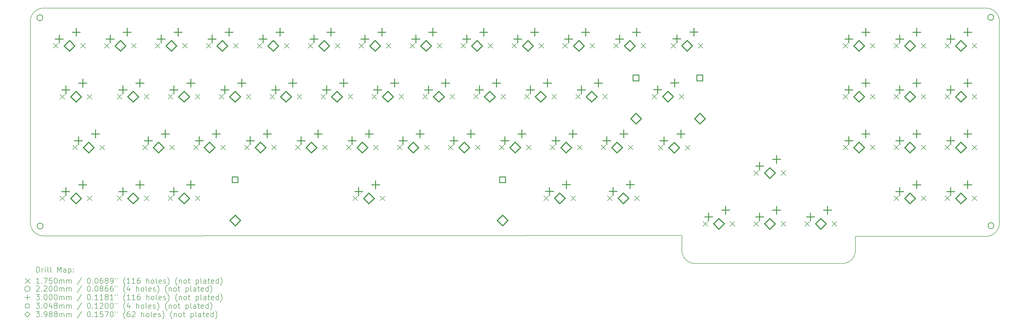
<source format=gbr>
%TF.GenerationSoftware,KiCad,Pcbnew,7.0.1*%
%TF.CreationDate,2023-04-14T16:04:53-07:00*%
%TF.ProjectId,trashtruck.b,74726173-6874-4727-9563-6b2e622e6b69,rev?*%
%TF.SameCoordinates,Original*%
%TF.FileFunction,Drillmap*%
%TF.FilePolarity,Positive*%
%FSLAX45Y45*%
G04 Gerber Fmt 4.5, Leading zero omitted, Abs format (unit mm)*
G04 Created by KiCad (PCBNEW 7.0.1) date 2023-04-14 16:04:53*
%MOMM*%
%LPD*%
G01*
G04 APERTURE LIST*
%ADD10C,0.200000*%
%ADD11C,0.175000*%
%ADD12C,0.220000*%
%ADD13C,0.300000*%
%ADD14C,0.304800*%
%ADD15C,0.398780*%
G04 APERTURE END LIST*
D10*
X47694049Y-25150086D02*
G75*
G03*
X48193956Y-24650049I-89J499996D01*
G01*
X11950044Y-24631648D02*
X11950706Y-17094456D01*
X11950048Y-24631648D02*
G75*
G03*
X12450352Y-25131692I499992J-52D01*
G01*
X42309585Y-26167078D02*
G75*
G03*
X42809508Y-25666585I-75J499998D01*
G01*
X42809508Y-25666585D02*
X42809000Y-25151000D01*
X11950750Y-26167000D02*
G75*
G03*
X11950750Y-26167000I0J0D01*
G01*
X48193300Y-17094456D02*
G75*
G03*
X47693294Y-16594500I-500010J-54D01*
G01*
X48193294Y-17094456D02*
X48193956Y-24650049D01*
X12450706Y-16594500D02*
X47693294Y-16594500D01*
X42309585Y-26167077D02*
X36819077Y-26167923D01*
X12450706Y-16594496D02*
G75*
G03*
X11950706Y-17094456I4J-500004D01*
G01*
X12450352Y-25131692D02*
X36319000Y-25117000D01*
X36319000Y-25117000D02*
X36319000Y-25667923D01*
X48193250Y-26167000D02*
G75*
G03*
X48193250Y-26167000I0J0D01*
G01*
X36318997Y-25667923D02*
G75*
G03*
X36819077Y-26167923I500003J3D01*
G01*
X42809000Y-25151000D02*
X47694049Y-25150093D01*
D11*
X12819750Y-17921500D02*
X12994750Y-18096500D01*
X12994750Y-17921500D02*
X12819750Y-18096500D01*
X13063250Y-19827500D02*
X13238250Y-20002500D01*
X13238250Y-19827500D02*
X13063250Y-20002500D01*
X13063250Y-23637500D02*
X13238250Y-23812500D01*
X13238250Y-23637500D02*
X13063250Y-23812500D01*
X13539500Y-21732500D02*
X13714500Y-21907500D01*
X13714500Y-21732500D02*
X13539500Y-21907500D01*
X13835750Y-17921500D02*
X14010750Y-18096500D01*
X14010750Y-17921500D02*
X13835750Y-18096500D01*
X14079250Y-19827500D02*
X14254250Y-20002500D01*
X14254250Y-19827500D02*
X14079250Y-20002500D01*
X14079250Y-23637500D02*
X14254250Y-23812500D01*
X14254250Y-23637500D02*
X14079250Y-23812500D01*
X14555500Y-21732500D02*
X14730500Y-21907500D01*
X14730500Y-21732500D02*
X14555500Y-21907500D01*
X14724750Y-17921500D02*
X14899750Y-18096500D01*
X14899750Y-17921500D02*
X14724750Y-18096500D01*
X15201000Y-19826500D02*
X15376000Y-20001500D01*
X15376000Y-19826500D02*
X15201000Y-20001500D01*
X15201000Y-23636500D02*
X15376000Y-23811500D01*
X15376000Y-23636500D02*
X15201000Y-23811500D01*
X15740750Y-17921500D02*
X15915750Y-18096500D01*
X15915750Y-17921500D02*
X15740750Y-18096500D01*
X16153500Y-21731500D02*
X16328500Y-21906500D01*
X16328500Y-21731500D02*
X16153500Y-21906500D01*
X16217000Y-19826500D02*
X16392000Y-20001500D01*
X16392000Y-19826500D02*
X16217000Y-20001500D01*
X16217000Y-23636500D02*
X16392000Y-23811500D01*
X16392000Y-23636500D02*
X16217000Y-23811500D01*
X16629750Y-17921500D02*
X16804750Y-18096500D01*
X16804750Y-17921500D02*
X16629750Y-18096500D01*
X17106000Y-19826500D02*
X17281000Y-20001500D01*
X17281000Y-19826500D02*
X17106000Y-20001500D01*
X17106000Y-23636500D02*
X17281000Y-23811500D01*
X17281000Y-23636500D02*
X17106000Y-23811500D01*
X17169500Y-21731500D02*
X17344500Y-21906500D01*
X17344500Y-21731500D02*
X17169500Y-21906500D01*
X17645750Y-17921500D02*
X17820750Y-18096500D01*
X17820750Y-17921500D02*
X17645750Y-18096500D01*
X18058500Y-21731500D02*
X18233500Y-21906500D01*
X18233500Y-21731500D02*
X18058500Y-21906500D01*
X18122000Y-19826500D02*
X18297000Y-20001500D01*
X18297000Y-19826500D02*
X18122000Y-20001500D01*
X18122000Y-23636500D02*
X18297000Y-23811500D01*
X18297000Y-23636500D02*
X18122000Y-23811500D01*
X18534750Y-17921500D02*
X18709750Y-18096500D01*
X18709750Y-17921500D02*
X18534750Y-18096500D01*
X19011000Y-19826500D02*
X19186000Y-20001500D01*
X19186000Y-19826500D02*
X19011000Y-20001500D01*
X19074500Y-21731500D02*
X19249500Y-21906500D01*
X19249500Y-21731500D02*
X19074500Y-21906500D01*
X19550750Y-17921500D02*
X19725750Y-18096500D01*
X19725750Y-17921500D02*
X19550750Y-18096500D01*
X19963500Y-21731500D02*
X20138500Y-21906500D01*
X20138500Y-21731500D02*
X19963500Y-21906500D01*
X20027000Y-19826500D02*
X20202000Y-20001500D01*
X20202000Y-19826500D02*
X20027000Y-20001500D01*
X20439750Y-17921500D02*
X20614750Y-18096500D01*
X20614750Y-17921500D02*
X20439750Y-18096500D01*
X20916000Y-19826500D02*
X21091000Y-20001500D01*
X21091000Y-19826500D02*
X20916000Y-20001500D01*
X20979500Y-21731500D02*
X21154500Y-21906500D01*
X21154500Y-21731500D02*
X20979500Y-21906500D01*
X21455750Y-17921500D02*
X21630750Y-18096500D01*
X21630750Y-17921500D02*
X21455750Y-18096500D01*
X21868500Y-21731500D02*
X22043500Y-21906500D01*
X22043500Y-21731500D02*
X21868500Y-21906500D01*
X21932000Y-19826500D02*
X22107000Y-20001500D01*
X22107000Y-19826500D02*
X21932000Y-20001500D01*
X22344750Y-17921500D02*
X22519750Y-18096500D01*
X22519750Y-17921500D02*
X22344750Y-18096500D01*
X22821000Y-19826500D02*
X22996000Y-20001500D01*
X22996000Y-19826500D02*
X22821000Y-20001500D01*
X22884500Y-21731500D02*
X23059500Y-21906500D01*
X23059500Y-21731500D02*
X22884500Y-21906500D01*
X23360750Y-17921500D02*
X23535750Y-18096500D01*
X23535750Y-17921500D02*
X23360750Y-18096500D01*
X23773500Y-21731500D02*
X23948500Y-21906500D01*
X23948500Y-21731500D02*
X23773500Y-21906500D01*
X23837000Y-19826500D02*
X24012000Y-20001500D01*
X24012000Y-19826500D02*
X23837000Y-20001500D01*
X24017000Y-23637500D02*
X24192000Y-23812500D01*
X24192000Y-23637500D02*
X24017000Y-23812500D01*
X24249750Y-17921500D02*
X24424750Y-18096500D01*
X24424750Y-17921500D02*
X24249750Y-18096500D01*
X24726000Y-19826500D02*
X24901000Y-20001500D01*
X24901000Y-19826500D02*
X24726000Y-20001500D01*
X24789500Y-21731500D02*
X24964500Y-21906500D01*
X24964500Y-21731500D02*
X24789500Y-21906500D01*
X25033000Y-23637500D02*
X25208000Y-23812500D01*
X25208000Y-23637500D02*
X25033000Y-23812500D01*
X25265750Y-17921500D02*
X25440750Y-18096500D01*
X25440750Y-17921500D02*
X25265750Y-18096500D01*
X25678500Y-21731500D02*
X25853500Y-21906500D01*
X25853500Y-21731500D02*
X25678500Y-21906500D01*
X25742000Y-19826500D02*
X25917000Y-20001500D01*
X25917000Y-19826500D02*
X25742000Y-20001500D01*
X26154750Y-17921500D02*
X26329750Y-18096500D01*
X26329750Y-17921500D02*
X26154750Y-18096500D01*
X26631000Y-19826500D02*
X26806000Y-20001500D01*
X26806000Y-19826500D02*
X26631000Y-20001500D01*
X26694500Y-21731500D02*
X26869500Y-21906500D01*
X26869500Y-21731500D02*
X26694500Y-21906500D01*
X27170750Y-17921500D02*
X27345750Y-18096500D01*
X27345750Y-17921500D02*
X27170750Y-18096500D01*
X27583500Y-21731500D02*
X27758500Y-21906500D01*
X27758500Y-21731500D02*
X27583500Y-21906500D01*
X27647000Y-19826500D02*
X27822000Y-20001500D01*
X27822000Y-19826500D02*
X27647000Y-20001500D01*
X28059750Y-17921500D02*
X28234750Y-18096500D01*
X28234750Y-17921500D02*
X28059750Y-18096500D01*
X28536000Y-19826500D02*
X28711000Y-20001500D01*
X28711000Y-19826500D02*
X28536000Y-20001500D01*
X28599500Y-21731500D02*
X28774500Y-21906500D01*
X28774500Y-21731500D02*
X28599500Y-21906500D01*
X29075750Y-17921500D02*
X29250750Y-18096500D01*
X29250750Y-17921500D02*
X29075750Y-18096500D01*
X29488500Y-21731500D02*
X29663500Y-21906500D01*
X29663500Y-21731500D02*
X29488500Y-21906500D01*
X29552000Y-19826500D02*
X29727000Y-20001500D01*
X29727000Y-19826500D02*
X29552000Y-20001500D01*
X29964750Y-17921500D02*
X30139750Y-18096500D01*
X30139750Y-17921500D02*
X29964750Y-18096500D01*
X30441000Y-19826500D02*
X30616000Y-20001500D01*
X30616000Y-19826500D02*
X30441000Y-20001500D01*
X30504500Y-21731500D02*
X30679500Y-21906500D01*
X30679500Y-21731500D02*
X30504500Y-21906500D01*
X30980750Y-17921500D02*
X31155750Y-18096500D01*
X31155750Y-17921500D02*
X30980750Y-18096500D01*
X31153000Y-23633500D02*
X31328000Y-23808500D01*
X31328000Y-23633500D02*
X31153000Y-23808500D01*
X31393500Y-21731500D02*
X31568500Y-21906500D01*
X31568500Y-21731500D02*
X31393500Y-21906500D01*
X31457000Y-19826500D02*
X31632000Y-20001500D01*
X31632000Y-19826500D02*
X31457000Y-20001500D01*
X31869750Y-17921500D02*
X32044750Y-18096500D01*
X32044750Y-17921500D02*
X31869750Y-18096500D01*
X32169000Y-23633500D02*
X32344000Y-23808500D01*
X32344000Y-23633500D02*
X32169000Y-23808500D01*
X32346000Y-19826500D02*
X32521000Y-20001500D01*
X32521000Y-19826500D02*
X32346000Y-20001500D01*
X32409500Y-21731500D02*
X32584500Y-21906500D01*
X32584500Y-21731500D02*
X32409500Y-21906500D01*
X32885750Y-17921500D02*
X33060750Y-18096500D01*
X33060750Y-17921500D02*
X32885750Y-18096500D01*
X33298500Y-21731500D02*
X33473500Y-21906500D01*
X33473500Y-21731500D02*
X33298500Y-21906500D01*
X33362000Y-19826500D02*
X33537000Y-20001500D01*
X33537000Y-19826500D02*
X33362000Y-20001500D01*
X33534250Y-23633500D02*
X33709250Y-23808500D01*
X33709250Y-23633500D02*
X33534250Y-23808500D01*
X33774750Y-17921500D02*
X33949750Y-18096500D01*
X33949750Y-17921500D02*
X33774750Y-18096500D01*
X34314500Y-21731500D02*
X34489500Y-21906500D01*
X34489500Y-21731500D02*
X34314500Y-21906500D01*
X34550250Y-23633500D02*
X34725250Y-23808500D01*
X34725250Y-23633500D02*
X34550250Y-23808500D01*
X34790750Y-17921500D02*
X34965750Y-18096500D01*
X34965750Y-17921500D02*
X34790750Y-18096500D01*
X35201125Y-19823500D02*
X35376125Y-19998500D01*
X35376125Y-19823500D02*
X35201125Y-19998500D01*
X35433500Y-21737500D02*
X35608500Y-21912500D01*
X35608500Y-21737500D02*
X35433500Y-21912500D01*
X35915500Y-17918500D02*
X36090500Y-18093500D01*
X36090500Y-17918500D02*
X35915500Y-18093500D01*
X36217125Y-19823500D02*
X36392125Y-19998500D01*
X36392125Y-19823500D02*
X36217125Y-19998500D01*
X36449500Y-21737500D02*
X36624500Y-21912500D01*
X36624500Y-21737500D02*
X36449500Y-21912500D01*
X36931500Y-17918500D02*
X37106500Y-18093500D01*
X37106500Y-17918500D02*
X36931500Y-18093500D01*
X37108500Y-24589000D02*
X37283500Y-24764000D01*
X37283500Y-24589000D02*
X37108500Y-24764000D01*
X38124500Y-24589000D02*
X38299500Y-24764000D01*
X38299500Y-24589000D02*
X38124500Y-24764000D01*
X39013500Y-22684000D02*
X39188500Y-22859000D01*
X39188500Y-22684000D02*
X39013500Y-22859000D01*
X39013500Y-24589000D02*
X39188500Y-24764000D01*
X39188500Y-24589000D02*
X39013500Y-24764000D01*
X40029500Y-22684000D02*
X40204500Y-22859000D01*
X40204500Y-22684000D02*
X40029500Y-22859000D01*
X40029500Y-24589000D02*
X40204500Y-24764000D01*
X40204500Y-24589000D02*
X40029500Y-24764000D01*
X40918500Y-24589000D02*
X41093500Y-24764000D01*
X41093500Y-24589000D02*
X40918500Y-24764000D01*
X41934500Y-24589000D02*
X42109500Y-24764000D01*
X42109500Y-24589000D02*
X41934500Y-24764000D01*
X42347250Y-17921500D02*
X42522250Y-18096500D01*
X42522250Y-17921500D02*
X42347250Y-18096500D01*
X42347250Y-19826500D02*
X42522250Y-20001500D01*
X42522250Y-19826500D02*
X42347250Y-20001500D01*
X42347250Y-21731500D02*
X42522250Y-21906500D01*
X42522250Y-21731500D02*
X42347250Y-21906500D01*
X43363250Y-17921500D02*
X43538250Y-18096500D01*
X43538250Y-17921500D02*
X43363250Y-18096500D01*
X43363250Y-19826500D02*
X43538250Y-20001500D01*
X43538250Y-19826500D02*
X43363250Y-20001500D01*
X43363250Y-21731500D02*
X43538250Y-21906500D01*
X43538250Y-21731500D02*
X43363250Y-21906500D01*
X44252250Y-17921500D02*
X44427250Y-18096500D01*
X44427250Y-17921500D02*
X44252250Y-18096500D01*
X44252250Y-19826500D02*
X44427250Y-20001500D01*
X44427250Y-19826500D02*
X44252250Y-20001500D01*
X44252250Y-21731500D02*
X44427250Y-21906500D01*
X44427250Y-21731500D02*
X44252250Y-21906500D01*
X44252250Y-23636500D02*
X44427250Y-23811500D01*
X44427250Y-23636500D02*
X44252250Y-23811500D01*
X45268250Y-17921500D02*
X45443250Y-18096500D01*
X45443250Y-17921500D02*
X45268250Y-18096500D01*
X45268250Y-19826500D02*
X45443250Y-20001500D01*
X45443250Y-19826500D02*
X45268250Y-20001500D01*
X45268250Y-21731500D02*
X45443250Y-21906500D01*
X45443250Y-21731500D02*
X45268250Y-21906500D01*
X45268250Y-23636500D02*
X45443250Y-23811500D01*
X45443250Y-23636500D02*
X45268250Y-23811500D01*
X46157250Y-17921500D02*
X46332250Y-18096500D01*
X46332250Y-17921500D02*
X46157250Y-18096500D01*
X46157250Y-19826500D02*
X46332250Y-20001500D01*
X46332250Y-19826500D02*
X46157250Y-20001500D01*
X46157250Y-21731500D02*
X46332250Y-21906500D01*
X46332250Y-21731500D02*
X46157250Y-21906500D01*
X46157250Y-23636500D02*
X46332250Y-23811500D01*
X46332250Y-23636500D02*
X46157250Y-23811500D01*
X47173250Y-17921500D02*
X47348250Y-18096500D01*
X47348250Y-17921500D02*
X47173250Y-18096500D01*
X47173250Y-19826500D02*
X47348250Y-20001500D01*
X47348250Y-19826500D02*
X47173250Y-20001500D01*
X47173250Y-21731500D02*
X47348250Y-21906500D01*
X47348250Y-21731500D02*
X47173250Y-21906500D01*
X47173250Y-23636500D02*
X47348250Y-23811500D01*
X47348250Y-23636500D02*
X47173250Y-23811500D01*
D12*
X12420000Y-16956000D02*
G75*
G03*
X12420000Y-16956000I-110000J0D01*
G01*
X12428000Y-24761000D02*
G75*
G03*
X12428000Y-24761000I-110000J0D01*
G01*
X47979000Y-16943000D02*
G75*
G03*
X47979000Y-16943000I-110000J0D01*
G01*
X47987000Y-24748000D02*
G75*
G03*
X47987000Y-24748000I-110000J0D01*
G01*
D13*
X13034250Y-17605000D02*
X13034250Y-17905000D01*
X12884250Y-17755000D02*
X13184250Y-17755000D01*
X13277750Y-19511000D02*
X13277750Y-19811000D01*
X13127750Y-19661000D02*
X13427750Y-19661000D01*
X13277750Y-23321000D02*
X13277750Y-23621000D01*
X13127750Y-23471000D02*
X13427750Y-23471000D01*
X13669250Y-17351000D02*
X13669250Y-17651000D01*
X13519250Y-17501000D02*
X13819250Y-17501000D01*
X13754000Y-21416000D02*
X13754000Y-21716000D01*
X13604000Y-21566000D02*
X13904000Y-21566000D01*
X13912750Y-19257000D02*
X13912750Y-19557000D01*
X13762750Y-19407000D02*
X14062750Y-19407000D01*
X13912750Y-23067000D02*
X13912750Y-23367000D01*
X13762750Y-23217000D02*
X14062750Y-23217000D01*
X14389000Y-21162000D02*
X14389000Y-21462000D01*
X14239000Y-21312000D02*
X14539000Y-21312000D01*
X14939250Y-17605000D02*
X14939250Y-17905000D01*
X14789250Y-17755000D02*
X15089250Y-17755000D01*
X15415500Y-19510000D02*
X15415500Y-19810000D01*
X15265500Y-19660000D02*
X15565500Y-19660000D01*
X15415500Y-23320000D02*
X15415500Y-23620000D01*
X15265500Y-23470000D02*
X15565500Y-23470000D01*
X15574250Y-17351000D02*
X15574250Y-17651000D01*
X15424250Y-17501000D02*
X15724250Y-17501000D01*
X16050500Y-19256000D02*
X16050500Y-19556000D01*
X15900500Y-19406000D02*
X16200500Y-19406000D01*
X16050500Y-23066000D02*
X16050500Y-23366000D01*
X15900500Y-23216000D02*
X16200500Y-23216000D01*
X16368000Y-21415000D02*
X16368000Y-21715000D01*
X16218000Y-21565000D02*
X16518000Y-21565000D01*
X16844250Y-17605000D02*
X16844250Y-17905000D01*
X16694250Y-17755000D02*
X16994250Y-17755000D01*
X17003000Y-21161000D02*
X17003000Y-21461000D01*
X16853000Y-21311000D02*
X17153000Y-21311000D01*
X17320500Y-19510000D02*
X17320500Y-19810000D01*
X17170500Y-19660000D02*
X17470500Y-19660000D01*
X17320500Y-23320000D02*
X17320500Y-23620000D01*
X17170500Y-23470000D02*
X17470500Y-23470000D01*
X17479250Y-17351000D02*
X17479250Y-17651000D01*
X17329250Y-17501000D02*
X17629250Y-17501000D01*
X17955500Y-19256000D02*
X17955500Y-19556000D01*
X17805500Y-19406000D02*
X18105500Y-19406000D01*
X17955500Y-23066000D02*
X17955500Y-23366000D01*
X17805500Y-23216000D02*
X18105500Y-23216000D01*
X18273000Y-21415000D02*
X18273000Y-21715000D01*
X18123000Y-21565000D02*
X18423000Y-21565000D01*
X18749250Y-17605000D02*
X18749250Y-17905000D01*
X18599250Y-17755000D02*
X18899250Y-17755000D01*
X18908000Y-21161000D02*
X18908000Y-21461000D01*
X18758000Y-21311000D02*
X19058000Y-21311000D01*
X19225500Y-19510000D02*
X19225500Y-19810000D01*
X19075500Y-19660000D02*
X19375500Y-19660000D01*
X19384250Y-17351000D02*
X19384250Y-17651000D01*
X19234250Y-17501000D02*
X19534250Y-17501000D01*
X19860500Y-19256000D02*
X19860500Y-19556000D01*
X19710500Y-19406000D02*
X20010500Y-19406000D01*
X20178000Y-21415000D02*
X20178000Y-21715000D01*
X20028000Y-21565000D02*
X20328000Y-21565000D01*
X20654250Y-17605000D02*
X20654250Y-17905000D01*
X20504250Y-17755000D02*
X20804250Y-17755000D01*
X20813000Y-21161000D02*
X20813000Y-21461000D01*
X20663000Y-21311000D02*
X20963000Y-21311000D01*
X21130500Y-19510000D02*
X21130500Y-19810000D01*
X20980500Y-19660000D02*
X21280500Y-19660000D01*
X21289250Y-17351000D02*
X21289250Y-17651000D01*
X21139250Y-17501000D02*
X21439250Y-17501000D01*
X21765500Y-19256000D02*
X21765500Y-19556000D01*
X21615500Y-19406000D02*
X21915500Y-19406000D01*
X22083000Y-21415000D02*
X22083000Y-21715000D01*
X21933000Y-21565000D02*
X22233000Y-21565000D01*
X22559250Y-17605000D02*
X22559250Y-17905000D01*
X22409250Y-17755000D02*
X22709250Y-17755000D01*
X22718000Y-21161000D02*
X22718000Y-21461000D01*
X22568000Y-21311000D02*
X22868000Y-21311000D01*
X23035500Y-19510000D02*
X23035500Y-19810000D01*
X22885500Y-19660000D02*
X23185500Y-19660000D01*
X23194250Y-17351000D02*
X23194250Y-17651000D01*
X23044250Y-17501000D02*
X23344250Y-17501000D01*
X23670500Y-19256000D02*
X23670500Y-19556000D01*
X23520500Y-19406000D02*
X23820500Y-19406000D01*
X23988000Y-21415000D02*
X23988000Y-21715000D01*
X23838000Y-21565000D02*
X24138000Y-21565000D01*
X24231500Y-23321000D02*
X24231500Y-23621000D01*
X24081500Y-23471000D02*
X24381500Y-23471000D01*
X24464250Y-17605000D02*
X24464250Y-17905000D01*
X24314250Y-17755000D02*
X24614250Y-17755000D01*
X24623000Y-21161000D02*
X24623000Y-21461000D01*
X24473000Y-21311000D02*
X24773000Y-21311000D01*
X24866500Y-23067000D02*
X24866500Y-23367000D01*
X24716500Y-23217000D02*
X25016500Y-23217000D01*
X24940500Y-19510000D02*
X24940500Y-19810000D01*
X24790500Y-19660000D02*
X25090500Y-19660000D01*
X25099250Y-17351000D02*
X25099250Y-17651000D01*
X24949250Y-17501000D02*
X25249250Y-17501000D01*
X25575500Y-19256000D02*
X25575500Y-19556000D01*
X25425500Y-19406000D02*
X25725500Y-19406000D01*
X25893000Y-21415000D02*
X25893000Y-21715000D01*
X25743000Y-21565000D02*
X26043000Y-21565000D01*
X26369250Y-17605000D02*
X26369250Y-17905000D01*
X26219250Y-17755000D02*
X26519250Y-17755000D01*
X26528000Y-21161000D02*
X26528000Y-21461000D01*
X26378000Y-21311000D02*
X26678000Y-21311000D01*
X26845500Y-19510000D02*
X26845500Y-19810000D01*
X26695500Y-19660000D02*
X26995500Y-19660000D01*
X27004250Y-17351000D02*
X27004250Y-17651000D01*
X26854250Y-17501000D02*
X27154250Y-17501000D01*
X27480500Y-19256000D02*
X27480500Y-19556000D01*
X27330500Y-19406000D02*
X27630500Y-19406000D01*
X27798000Y-21415000D02*
X27798000Y-21715000D01*
X27648000Y-21565000D02*
X27948000Y-21565000D01*
X28274250Y-17605000D02*
X28274250Y-17905000D01*
X28124250Y-17755000D02*
X28424250Y-17755000D01*
X28433000Y-21161000D02*
X28433000Y-21461000D01*
X28283000Y-21311000D02*
X28583000Y-21311000D01*
X28750500Y-19510000D02*
X28750500Y-19810000D01*
X28600500Y-19660000D02*
X28900500Y-19660000D01*
X28909250Y-17351000D02*
X28909250Y-17651000D01*
X28759250Y-17501000D02*
X29059250Y-17501000D01*
X29385500Y-19256000D02*
X29385500Y-19556000D01*
X29235500Y-19406000D02*
X29535500Y-19406000D01*
X29703000Y-21415000D02*
X29703000Y-21715000D01*
X29553000Y-21565000D02*
X29853000Y-21565000D01*
X30179250Y-17605000D02*
X30179250Y-17905000D01*
X30029250Y-17755000D02*
X30329250Y-17755000D01*
X30338000Y-21161000D02*
X30338000Y-21461000D01*
X30188000Y-21311000D02*
X30488000Y-21311000D01*
X30655500Y-19510000D02*
X30655500Y-19810000D01*
X30505500Y-19660000D02*
X30805500Y-19660000D01*
X30814250Y-17351000D02*
X30814250Y-17651000D01*
X30664250Y-17501000D02*
X30964250Y-17501000D01*
X31290500Y-19256000D02*
X31290500Y-19556000D01*
X31140500Y-19406000D02*
X31440500Y-19406000D01*
X31367500Y-23317000D02*
X31367500Y-23617000D01*
X31217500Y-23467000D02*
X31517500Y-23467000D01*
X31608000Y-21415000D02*
X31608000Y-21715000D01*
X31458000Y-21565000D02*
X31758000Y-21565000D01*
X32002500Y-23063000D02*
X32002500Y-23363000D01*
X31852500Y-23213000D02*
X32152500Y-23213000D01*
X32084250Y-17605000D02*
X32084250Y-17905000D01*
X31934250Y-17755000D02*
X32234250Y-17755000D01*
X32243000Y-21161000D02*
X32243000Y-21461000D01*
X32093000Y-21311000D02*
X32393000Y-21311000D01*
X32560500Y-19510000D02*
X32560500Y-19810000D01*
X32410500Y-19660000D02*
X32710500Y-19660000D01*
X32719250Y-17351000D02*
X32719250Y-17651000D01*
X32569250Y-17501000D02*
X32869250Y-17501000D01*
X33195500Y-19256000D02*
X33195500Y-19556000D01*
X33045500Y-19406000D02*
X33345500Y-19406000D01*
X33513000Y-21415000D02*
X33513000Y-21715000D01*
X33363000Y-21565000D02*
X33663000Y-21565000D01*
X33748750Y-23317000D02*
X33748750Y-23617000D01*
X33598750Y-23467000D02*
X33898750Y-23467000D01*
X33989250Y-17605000D02*
X33989250Y-17905000D01*
X33839250Y-17755000D02*
X34139250Y-17755000D01*
X34148000Y-21161000D02*
X34148000Y-21461000D01*
X33998000Y-21311000D02*
X34298000Y-21311000D01*
X34383750Y-23063000D02*
X34383750Y-23363000D01*
X34233750Y-23213000D02*
X34533750Y-23213000D01*
X34624250Y-17351000D02*
X34624250Y-17651000D01*
X34474250Y-17501000D02*
X34774250Y-17501000D01*
X35415625Y-19507000D02*
X35415625Y-19807000D01*
X35265625Y-19657000D02*
X35565625Y-19657000D01*
X35648000Y-21421000D02*
X35648000Y-21721000D01*
X35498000Y-21571000D02*
X35798000Y-21571000D01*
X36050625Y-19253000D02*
X36050625Y-19553000D01*
X35900625Y-19403000D02*
X36200625Y-19403000D01*
X36130000Y-17602000D02*
X36130000Y-17902000D01*
X35980000Y-17752000D02*
X36280000Y-17752000D01*
X36283000Y-21167000D02*
X36283000Y-21467000D01*
X36133000Y-21317000D02*
X36433000Y-21317000D01*
X36765000Y-17348000D02*
X36765000Y-17648000D01*
X36615000Y-17498000D02*
X36915000Y-17498000D01*
X37323000Y-24272500D02*
X37323000Y-24572500D01*
X37173000Y-24422500D02*
X37473000Y-24422500D01*
X37958000Y-24018500D02*
X37958000Y-24318500D01*
X37808000Y-24168500D02*
X38108000Y-24168500D01*
X39228000Y-22367500D02*
X39228000Y-22667500D01*
X39078000Y-22517500D02*
X39378000Y-22517500D01*
X39228000Y-24272500D02*
X39228000Y-24572500D01*
X39078000Y-24422500D02*
X39378000Y-24422500D01*
X39863000Y-22113500D02*
X39863000Y-22413500D01*
X39713000Y-22263500D02*
X40013000Y-22263500D01*
X39863000Y-24018500D02*
X39863000Y-24318500D01*
X39713000Y-24168500D02*
X40013000Y-24168500D01*
X41133000Y-24272500D02*
X41133000Y-24572500D01*
X40983000Y-24422500D02*
X41283000Y-24422500D01*
X41768000Y-24018500D02*
X41768000Y-24318500D01*
X41618000Y-24168500D02*
X41918000Y-24168500D01*
X42561750Y-17605000D02*
X42561750Y-17905000D01*
X42411750Y-17755000D02*
X42711750Y-17755000D01*
X42561750Y-19510000D02*
X42561750Y-19810000D01*
X42411750Y-19660000D02*
X42711750Y-19660000D01*
X42561750Y-21415000D02*
X42561750Y-21715000D01*
X42411750Y-21565000D02*
X42711750Y-21565000D01*
X43196750Y-17351000D02*
X43196750Y-17651000D01*
X43046750Y-17501000D02*
X43346750Y-17501000D01*
X43196750Y-19256000D02*
X43196750Y-19556000D01*
X43046750Y-19406000D02*
X43346750Y-19406000D01*
X43196750Y-21161000D02*
X43196750Y-21461000D01*
X43046750Y-21311000D02*
X43346750Y-21311000D01*
X44466750Y-17605000D02*
X44466750Y-17905000D01*
X44316750Y-17755000D02*
X44616750Y-17755000D01*
X44466750Y-19510000D02*
X44466750Y-19810000D01*
X44316750Y-19660000D02*
X44616750Y-19660000D01*
X44466750Y-21415000D02*
X44466750Y-21715000D01*
X44316750Y-21565000D02*
X44616750Y-21565000D01*
X44466750Y-23320000D02*
X44466750Y-23620000D01*
X44316750Y-23470000D02*
X44616750Y-23470000D01*
X45101750Y-17351000D02*
X45101750Y-17651000D01*
X44951750Y-17501000D02*
X45251750Y-17501000D01*
X45101750Y-19256000D02*
X45101750Y-19556000D01*
X44951750Y-19406000D02*
X45251750Y-19406000D01*
X45101750Y-21161000D02*
X45101750Y-21461000D01*
X44951750Y-21311000D02*
X45251750Y-21311000D01*
X45101750Y-23066000D02*
X45101750Y-23366000D01*
X44951750Y-23216000D02*
X45251750Y-23216000D01*
X46371750Y-17605000D02*
X46371750Y-17905000D01*
X46221750Y-17755000D02*
X46521750Y-17755000D01*
X46371750Y-19510000D02*
X46371750Y-19810000D01*
X46221750Y-19660000D02*
X46521750Y-19660000D01*
X46371750Y-21415000D02*
X46371750Y-21715000D01*
X46221750Y-21565000D02*
X46521750Y-21565000D01*
X46371750Y-23320000D02*
X46371750Y-23620000D01*
X46221750Y-23470000D02*
X46521750Y-23470000D01*
X47006750Y-17351000D02*
X47006750Y-17651000D01*
X46856750Y-17501000D02*
X47156750Y-17501000D01*
X47006750Y-19256000D02*
X47006750Y-19556000D01*
X46856750Y-19406000D02*
X47156750Y-19406000D01*
X47006750Y-21161000D02*
X47006750Y-21461000D01*
X46856750Y-21311000D02*
X47156750Y-21311000D01*
X47006750Y-23066000D02*
X47006750Y-23366000D01*
X46856750Y-23216000D02*
X47156750Y-23216000D01*
D14*
X19720274Y-23134264D02*
X19720274Y-22918736D01*
X19504746Y-22918736D01*
X19504746Y-23134264D01*
X19720274Y-23134264D01*
X29720254Y-23134264D02*
X29720254Y-22918736D01*
X29504726Y-22918736D01*
X29504726Y-23134264D01*
X29720254Y-23134264D01*
X34710589Y-19320264D02*
X34710589Y-19104736D01*
X34495061Y-19104736D01*
X34495061Y-19320264D01*
X34710589Y-19320264D01*
X37098189Y-19320264D02*
X37098189Y-19104736D01*
X36882661Y-19104736D01*
X36882661Y-19320264D01*
X37098189Y-19320264D01*
D15*
X13415250Y-18208390D02*
X13614640Y-18009000D01*
X13415250Y-17809610D01*
X13215860Y-18009000D01*
X13415250Y-18208390D01*
X13658750Y-20114390D02*
X13858140Y-19915000D01*
X13658750Y-19715610D01*
X13459360Y-19915000D01*
X13658750Y-20114390D01*
X13658750Y-23924390D02*
X13858140Y-23725000D01*
X13658750Y-23525610D01*
X13459360Y-23725000D01*
X13658750Y-23924390D01*
X14135000Y-22019390D02*
X14334390Y-21820000D01*
X14135000Y-21620610D01*
X13935610Y-21820000D01*
X14135000Y-22019390D01*
X15320250Y-18208390D02*
X15519640Y-18009000D01*
X15320250Y-17809610D01*
X15120860Y-18009000D01*
X15320250Y-18208390D01*
X15796500Y-20113390D02*
X15995890Y-19914000D01*
X15796500Y-19714610D01*
X15597110Y-19914000D01*
X15796500Y-20113390D01*
X15796500Y-23923390D02*
X15995890Y-23724000D01*
X15796500Y-23524610D01*
X15597110Y-23724000D01*
X15796500Y-23923390D01*
X16749000Y-22018390D02*
X16948390Y-21819000D01*
X16749000Y-21619610D01*
X16549610Y-21819000D01*
X16749000Y-22018390D01*
X17225250Y-18208390D02*
X17424640Y-18009000D01*
X17225250Y-17809610D01*
X17025860Y-18009000D01*
X17225250Y-18208390D01*
X17701500Y-20113390D02*
X17900890Y-19914000D01*
X17701500Y-19714610D01*
X17502110Y-19914000D01*
X17701500Y-20113390D01*
X17701500Y-23923390D02*
X17900890Y-23724000D01*
X17701500Y-23524610D01*
X17502110Y-23724000D01*
X17701500Y-23923390D01*
X18654000Y-22018390D02*
X18853390Y-21819000D01*
X18654000Y-21619610D01*
X18454610Y-21819000D01*
X18654000Y-22018390D01*
X19130250Y-18208390D02*
X19329640Y-18009000D01*
X19130250Y-17809610D01*
X18930860Y-18009000D01*
X19130250Y-18208390D01*
X19606500Y-20113390D02*
X19805890Y-19914000D01*
X19606500Y-19714610D01*
X19407110Y-19914000D01*
X19606500Y-20113390D01*
X19612510Y-24749890D02*
X19811900Y-24550500D01*
X19612510Y-24351110D01*
X19413120Y-24550500D01*
X19612510Y-24749890D01*
X20559000Y-22018390D02*
X20758390Y-21819000D01*
X20559000Y-21619610D01*
X20359610Y-21819000D01*
X20559000Y-22018390D01*
X21035250Y-18208390D02*
X21234640Y-18009000D01*
X21035250Y-17809610D01*
X20835860Y-18009000D01*
X21035250Y-18208390D01*
X21511500Y-20113390D02*
X21710890Y-19914000D01*
X21511500Y-19714610D01*
X21312110Y-19914000D01*
X21511500Y-20113390D01*
X22464000Y-22018390D02*
X22663390Y-21819000D01*
X22464000Y-21619610D01*
X22264610Y-21819000D01*
X22464000Y-22018390D01*
X22940250Y-18208390D02*
X23139640Y-18009000D01*
X22940250Y-17809610D01*
X22740860Y-18009000D01*
X22940250Y-18208390D01*
X23416500Y-20113390D02*
X23615890Y-19914000D01*
X23416500Y-19714610D01*
X23217110Y-19914000D01*
X23416500Y-20113390D01*
X24369000Y-22018390D02*
X24568390Y-21819000D01*
X24369000Y-21619610D01*
X24169610Y-21819000D01*
X24369000Y-22018390D01*
X24612500Y-23924390D02*
X24811890Y-23725000D01*
X24612500Y-23525610D01*
X24413110Y-23725000D01*
X24612500Y-23924390D01*
X24845250Y-18208390D02*
X25044640Y-18009000D01*
X24845250Y-17809610D01*
X24645860Y-18009000D01*
X24845250Y-18208390D01*
X25321500Y-20113390D02*
X25520890Y-19914000D01*
X25321500Y-19714610D01*
X25122110Y-19914000D01*
X25321500Y-20113390D01*
X26274000Y-22018390D02*
X26473390Y-21819000D01*
X26274000Y-21619610D01*
X26074610Y-21819000D01*
X26274000Y-22018390D01*
X26750250Y-18208390D02*
X26949640Y-18009000D01*
X26750250Y-17809610D01*
X26550860Y-18009000D01*
X26750250Y-18208390D01*
X27226500Y-20113390D02*
X27425890Y-19914000D01*
X27226500Y-19714610D01*
X27027110Y-19914000D01*
X27226500Y-20113390D01*
X28179000Y-22018390D02*
X28378390Y-21819000D01*
X28179000Y-21619610D01*
X27979610Y-21819000D01*
X28179000Y-22018390D01*
X28655250Y-18208390D02*
X28854640Y-18009000D01*
X28655250Y-17809610D01*
X28455860Y-18009000D01*
X28655250Y-18208390D01*
X29131500Y-20113390D02*
X29330890Y-19914000D01*
X29131500Y-19714610D01*
X28932110Y-19914000D01*
X29131500Y-20113390D01*
X29612490Y-24749890D02*
X29811880Y-24550500D01*
X29612490Y-24351110D01*
X29413100Y-24550500D01*
X29612490Y-24749890D01*
X30084000Y-22018390D02*
X30283390Y-21819000D01*
X30084000Y-21619610D01*
X29884610Y-21819000D01*
X30084000Y-22018390D01*
X30560250Y-18208390D02*
X30759640Y-18009000D01*
X30560250Y-17809610D01*
X30360860Y-18009000D01*
X30560250Y-18208390D01*
X31036500Y-20113390D02*
X31235890Y-19914000D01*
X31036500Y-19714610D01*
X30837110Y-19914000D01*
X31036500Y-20113390D01*
X31748500Y-23920390D02*
X31947890Y-23721000D01*
X31748500Y-23521610D01*
X31549110Y-23721000D01*
X31748500Y-23920390D01*
X31989000Y-22018390D02*
X32188390Y-21819000D01*
X31989000Y-21619610D01*
X31789610Y-21819000D01*
X31989000Y-22018390D01*
X32465250Y-18208390D02*
X32664640Y-18009000D01*
X32465250Y-17809610D01*
X32265860Y-18009000D01*
X32465250Y-18208390D01*
X32941500Y-20113390D02*
X33140890Y-19914000D01*
X32941500Y-19714610D01*
X32742110Y-19914000D01*
X32941500Y-20113390D01*
X33894000Y-22018390D02*
X34093390Y-21819000D01*
X33894000Y-21619610D01*
X33694610Y-21819000D01*
X33894000Y-22018390D01*
X34129750Y-23920390D02*
X34329140Y-23721000D01*
X34129750Y-23521610D01*
X33930360Y-23721000D01*
X34129750Y-23920390D01*
X34370250Y-18208390D02*
X34569640Y-18009000D01*
X34370250Y-17809610D01*
X34170860Y-18009000D01*
X34370250Y-18208390D01*
X34602825Y-20935890D02*
X34802215Y-20736500D01*
X34602825Y-20537110D01*
X34403435Y-20736500D01*
X34602825Y-20935890D01*
X35796625Y-20110390D02*
X35996015Y-19911000D01*
X35796625Y-19711610D01*
X35597235Y-19911000D01*
X35796625Y-20110390D01*
X36029000Y-22024390D02*
X36228390Y-21825000D01*
X36029000Y-21625610D01*
X35829610Y-21825000D01*
X36029000Y-22024390D01*
X36511000Y-18205390D02*
X36710390Y-18006000D01*
X36511000Y-17806610D01*
X36311610Y-18006000D01*
X36511000Y-18205390D01*
X36990425Y-20935890D02*
X37189815Y-20736500D01*
X36990425Y-20537110D01*
X36791035Y-20736500D01*
X36990425Y-20935890D01*
X37704000Y-24875890D02*
X37903390Y-24676500D01*
X37704000Y-24477110D01*
X37504610Y-24676500D01*
X37704000Y-24875890D01*
X39609000Y-22970890D02*
X39808390Y-22771500D01*
X39609000Y-22572110D01*
X39409610Y-22771500D01*
X39609000Y-22970890D01*
X39609000Y-24875890D02*
X39808390Y-24676500D01*
X39609000Y-24477110D01*
X39409610Y-24676500D01*
X39609000Y-24875890D01*
X41514000Y-24875890D02*
X41713390Y-24676500D01*
X41514000Y-24477110D01*
X41314610Y-24676500D01*
X41514000Y-24875890D01*
X42942750Y-18208390D02*
X43142140Y-18009000D01*
X42942750Y-17809610D01*
X42743360Y-18009000D01*
X42942750Y-18208390D01*
X42942750Y-20113390D02*
X43142140Y-19914000D01*
X42942750Y-19714610D01*
X42743360Y-19914000D01*
X42942750Y-20113390D01*
X42942750Y-22018390D02*
X43142140Y-21819000D01*
X42942750Y-21619610D01*
X42743360Y-21819000D01*
X42942750Y-22018390D01*
X44847750Y-18208390D02*
X45047140Y-18009000D01*
X44847750Y-17809610D01*
X44648360Y-18009000D01*
X44847750Y-18208390D01*
X44847750Y-20113390D02*
X45047140Y-19914000D01*
X44847750Y-19714610D01*
X44648360Y-19914000D01*
X44847750Y-20113390D01*
X44847750Y-22018390D02*
X45047140Y-21819000D01*
X44847750Y-21619610D01*
X44648360Y-21819000D01*
X44847750Y-22018390D01*
X44847750Y-23923390D02*
X45047140Y-23724000D01*
X44847750Y-23524610D01*
X44648360Y-23724000D01*
X44847750Y-23923390D01*
X46752750Y-18208390D02*
X46952140Y-18009000D01*
X46752750Y-17809610D01*
X46553360Y-18009000D01*
X46752750Y-18208390D01*
X46752750Y-20113390D02*
X46952140Y-19914000D01*
X46752750Y-19714610D01*
X46553360Y-19914000D01*
X46752750Y-20113390D01*
X46752750Y-22018390D02*
X46952140Y-21819000D01*
X46752750Y-21619610D01*
X46553360Y-21819000D01*
X46752750Y-22018390D01*
X46752750Y-23923390D02*
X46952140Y-23724000D01*
X46752750Y-23524610D01*
X46553360Y-23724000D01*
X46752750Y-23923390D01*
D10*
X12187663Y-26490447D02*
X12187663Y-26290447D01*
X12187663Y-26290447D02*
X12235282Y-26290447D01*
X12235282Y-26290447D02*
X12263853Y-26299971D01*
X12263853Y-26299971D02*
X12282901Y-26319018D01*
X12282901Y-26319018D02*
X12292425Y-26338066D01*
X12292425Y-26338066D02*
X12301949Y-26376161D01*
X12301949Y-26376161D02*
X12301949Y-26404732D01*
X12301949Y-26404732D02*
X12292425Y-26442828D01*
X12292425Y-26442828D02*
X12282901Y-26461875D01*
X12282901Y-26461875D02*
X12263853Y-26480923D01*
X12263853Y-26480923D02*
X12235282Y-26490447D01*
X12235282Y-26490447D02*
X12187663Y-26490447D01*
X12387663Y-26490447D02*
X12387663Y-26357113D01*
X12387663Y-26395209D02*
X12397187Y-26376161D01*
X12397187Y-26376161D02*
X12406711Y-26366637D01*
X12406711Y-26366637D02*
X12425758Y-26357113D01*
X12425758Y-26357113D02*
X12444806Y-26357113D01*
X12511472Y-26490447D02*
X12511472Y-26357113D01*
X12511472Y-26290447D02*
X12501949Y-26299971D01*
X12501949Y-26299971D02*
X12511472Y-26309494D01*
X12511472Y-26309494D02*
X12520996Y-26299971D01*
X12520996Y-26299971D02*
X12511472Y-26290447D01*
X12511472Y-26290447D02*
X12511472Y-26309494D01*
X12635282Y-26490447D02*
X12616234Y-26480923D01*
X12616234Y-26480923D02*
X12606711Y-26461875D01*
X12606711Y-26461875D02*
X12606711Y-26290447D01*
X12740044Y-26490447D02*
X12720996Y-26480923D01*
X12720996Y-26480923D02*
X12711472Y-26461875D01*
X12711472Y-26461875D02*
X12711472Y-26290447D01*
X12968615Y-26490447D02*
X12968615Y-26290447D01*
X12968615Y-26290447D02*
X13035282Y-26433304D01*
X13035282Y-26433304D02*
X13101949Y-26290447D01*
X13101949Y-26290447D02*
X13101949Y-26490447D01*
X13282901Y-26490447D02*
X13282901Y-26385685D01*
X13282901Y-26385685D02*
X13273377Y-26366637D01*
X13273377Y-26366637D02*
X13254330Y-26357113D01*
X13254330Y-26357113D02*
X13216234Y-26357113D01*
X13216234Y-26357113D02*
X13197187Y-26366637D01*
X13282901Y-26480923D02*
X13263853Y-26490447D01*
X13263853Y-26490447D02*
X13216234Y-26490447D01*
X13216234Y-26490447D02*
X13197187Y-26480923D01*
X13197187Y-26480923D02*
X13187663Y-26461875D01*
X13187663Y-26461875D02*
X13187663Y-26442828D01*
X13187663Y-26442828D02*
X13197187Y-26423780D01*
X13197187Y-26423780D02*
X13216234Y-26414256D01*
X13216234Y-26414256D02*
X13263853Y-26414256D01*
X13263853Y-26414256D02*
X13282901Y-26404732D01*
X13378139Y-26357113D02*
X13378139Y-26557113D01*
X13378139Y-26366637D02*
X13397187Y-26357113D01*
X13397187Y-26357113D02*
X13435282Y-26357113D01*
X13435282Y-26357113D02*
X13454330Y-26366637D01*
X13454330Y-26366637D02*
X13463853Y-26376161D01*
X13463853Y-26376161D02*
X13473377Y-26395209D01*
X13473377Y-26395209D02*
X13473377Y-26452351D01*
X13473377Y-26452351D02*
X13463853Y-26471399D01*
X13463853Y-26471399D02*
X13454330Y-26480923D01*
X13454330Y-26480923D02*
X13435282Y-26490447D01*
X13435282Y-26490447D02*
X13397187Y-26490447D01*
X13397187Y-26490447D02*
X13378139Y-26480923D01*
X13559092Y-26471399D02*
X13568615Y-26480923D01*
X13568615Y-26480923D02*
X13559092Y-26490447D01*
X13559092Y-26490447D02*
X13549568Y-26480923D01*
X13549568Y-26480923D02*
X13559092Y-26471399D01*
X13559092Y-26471399D02*
X13559092Y-26490447D01*
X13559092Y-26366637D02*
X13568615Y-26376161D01*
X13568615Y-26376161D02*
X13559092Y-26385685D01*
X13559092Y-26385685D02*
X13549568Y-26376161D01*
X13549568Y-26376161D02*
X13559092Y-26366637D01*
X13559092Y-26366637D02*
X13559092Y-26385685D01*
D11*
X11765044Y-26730423D02*
X11940044Y-26905423D01*
X11940044Y-26730423D02*
X11765044Y-26905423D01*
D10*
X12292425Y-26910447D02*
X12178139Y-26910447D01*
X12235282Y-26910447D02*
X12235282Y-26710447D01*
X12235282Y-26710447D02*
X12216234Y-26739018D01*
X12216234Y-26739018D02*
X12197187Y-26758066D01*
X12197187Y-26758066D02*
X12178139Y-26767590D01*
X12378139Y-26891399D02*
X12387663Y-26900923D01*
X12387663Y-26900923D02*
X12378139Y-26910447D01*
X12378139Y-26910447D02*
X12368615Y-26900923D01*
X12368615Y-26900923D02*
X12378139Y-26891399D01*
X12378139Y-26891399D02*
X12378139Y-26910447D01*
X12454330Y-26710447D02*
X12587663Y-26710447D01*
X12587663Y-26710447D02*
X12501949Y-26910447D01*
X12759092Y-26710447D02*
X12663853Y-26710447D01*
X12663853Y-26710447D02*
X12654330Y-26805685D01*
X12654330Y-26805685D02*
X12663853Y-26796161D01*
X12663853Y-26796161D02*
X12682901Y-26786637D01*
X12682901Y-26786637D02*
X12730520Y-26786637D01*
X12730520Y-26786637D02*
X12749568Y-26796161D01*
X12749568Y-26796161D02*
X12759092Y-26805685D01*
X12759092Y-26805685D02*
X12768615Y-26824732D01*
X12768615Y-26824732D02*
X12768615Y-26872351D01*
X12768615Y-26872351D02*
X12759092Y-26891399D01*
X12759092Y-26891399D02*
X12749568Y-26900923D01*
X12749568Y-26900923D02*
X12730520Y-26910447D01*
X12730520Y-26910447D02*
X12682901Y-26910447D01*
X12682901Y-26910447D02*
X12663853Y-26900923D01*
X12663853Y-26900923D02*
X12654330Y-26891399D01*
X12892425Y-26710447D02*
X12911473Y-26710447D01*
X12911473Y-26710447D02*
X12930520Y-26719971D01*
X12930520Y-26719971D02*
X12940044Y-26729494D01*
X12940044Y-26729494D02*
X12949568Y-26748542D01*
X12949568Y-26748542D02*
X12959092Y-26786637D01*
X12959092Y-26786637D02*
X12959092Y-26834256D01*
X12959092Y-26834256D02*
X12949568Y-26872351D01*
X12949568Y-26872351D02*
X12940044Y-26891399D01*
X12940044Y-26891399D02*
X12930520Y-26900923D01*
X12930520Y-26900923D02*
X12911473Y-26910447D01*
X12911473Y-26910447D02*
X12892425Y-26910447D01*
X12892425Y-26910447D02*
X12873377Y-26900923D01*
X12873377Y-26900923D02*
X12863853Y-26891399D01*
X12863853Y-26891399D02*
X12854330Y-26872351D01*
X12854330Y-26872351D02*
X12844806Y-26834256D01*
X12844806Y-26834256D02*
X12844806Y-26786637D01*
X12844806Y-26786637D02*
X12854330Y-26748542D01*
X12854330Y-26748542D02*
X12863853Y-26729494D01*
X12863853Y-26729494D02*
X12873377Y-26719971D01*
X12873377Y-26719971D02*
X12892425Y-26710447D01*
X13044806Y-26910447D02*
X13044806Y-26777113D01*
X13044806Y-26796161D02*
X13054330Y-26786637D01*
X13054330Y-26786637D02*
X13073377Y-26777113D01*
X13073377Y-26777113D02*
X13101949Y-26777113D01*
X13101949Y-26777113D02*
X13120996Y-26786637D01*
X13120996Y-26786637D02*
X13130520Y-26805685D01*
X13130520Y-26805685D02*
X13130520Y-26910447D01*
X13130520Y-26805685D02*
X13140044Y-26786637D01*
X13140044Y-26786637D02*
X13159092Y-26777113D01*
X13159092Y-26777113D02*
X13187663Y-26777113D01*
X13187663Y-26777113D02*
X13206711Y-26786637D01*
X13206711Y-26786637D02*
X13216234Y-26805685D01*
X13216234Y-26805685D02*
X13216234Y-26910447D01*
X13311473Y-26910447D02*
X13311473Y-26777113D01*
X13311473Y-26796161D02*
X13320996Y-26786637D01*
X13320996Y-26786637D02*
X13340044Y-26777113D01*
X13340044Y-26777113D02*
X13368615Y-26777113D01*
X13368615Y-26777113D02*
X13387663Y-26786637D01*
X13387663Y-26786637D02*
X13397187Y-26805685D01*
X13397187Y-26805685D02*
X13397187Y-26910447D01*
X13397187Y-26805685D02*
X13406711Y-26786637D01*
X13406711Y-26786637D02*
X13425758Y-26777113D01*
X13425758Y-26777113D02*
X13454330Y-26777113D01*
X13454330Y-26777113D02*
X13473377Y-26786637D01*
X13473377Y-26786637D02*
X13482901Y-26805685D01*
X13482901Y-26805685D02*
X13482901Y-26910447D01*
X13873377Y-26700923D02*
X13701949Y-26958066D01*
X14130520Y-26710447D02*
X14149568Y-26710447D01*
X14149568Y-26710447D02*
X14168616Y-26719971D01*
X14168616Y-26719971D02*
X14178139Y-26729494D01*
X14178139Y-26729494D02*
X14187663Y-26748542D01*
X14187663Y-26748542D02*
X14197187Y-26786637D01*
X14197187Y-26786637D02*
X14197187Y-26834256D01*
X14197187Y-26834256D02*
X14187663Y-26872351D01*
X14187663Y-26872351D02*
X14178139Y-26891399D01*
X14178139Y-26891399D02*
X14168616Y-26900923D01*
X14168616Y-26900923D02*
X14149568Y-26910447D01*
X14149568Y-26910447D02*
X14130520Y-26910447D01*
X14130520Y-26910447D02*
X14111473Y-26900923D01*
X14111473Y-26900923D02*
X14101949Y-26891399D01*
X14101949Y-26891399D02*
X14092425Y-26872351D01*
X14092425Y-26872351D02*
X14082901Y-26834256D01*
X14082901Y-26834256D02*
X14082901Y-26786637D01*
X14082901Y-26786637D02*
X14092425Y-26748542D01*
X14092425Y-26748542D02*
X14101949Y-26729494D01*
X14101949Y-26729494D02*
X14111473Y-26719971D01*
X14111473Y-26719971D02*
X14130520Y-26710447D01*
X14282901Y-26891399D02*
X14292425Y-26900923D01*
X14292425Y-26900923D02*
X14282901Y-26910447D01*
X14282901Y-26910447D02*
X14273377Y-26900923D01*
X14273377Y-26900923D02*
X14282901Y-26891399D01*
X14282901Y-26891399D02*
X14282901Y-26910447D01*
X14416235Y-26710447D02*
X14435282Y-26710447D01*
X14435282Y-26710447D02*
X14454330Y-26719971D01*
X14454330Y-26719971D02*
X14463854Y-26729494D01*
X14463854Y-26729494D02*
X14473377Y-26748542D01*
X14473377Y-26748542D02*
X14482901Y-26786637D01*
X14482901Y-26786637D02*
X14482901Y-26834256D01*
X14482901Y-26834256D02*
X14473377Y-26872351D01*
X14473377Y-26872351D02*
X14463854Y-26891399D01*
X14463854Y-26891399D02*
X14454330Y-26900923D01*
X14454330Y-26900923D02*
X14435282Y-26910447D01*
X14435282Y-26910447D02*
X14416235Y-26910447D01*
X14416235Y-26910447D02*
X14397187Y-26900923D01*
X14397187Y-26900923D02*
X14387663Y-26891399D01*
X14387663Y-26891399D02*
X14378139Y-26872351D01*
X14378139Y-26872351D02*
X14368616Y-26834256D01*
X14368616Y-26834256D02*
X14368616Y-26786637D01*
X14368616Y-26786637D02*
X14378139Y-26748542D01*
X14378139Y-26748542D02*
X14387663Y-26729494D01*
X14387663Y-26729494D02*
X14397187Y-26719971D01*
X14397187Y-26719971D02*
X14416235Y-26710447D01*
X14654330Y-26710447D02*
X14616235Y-26710447D01*
X14616235Y-26710447D02*
X14597187Y-26719971D01*
X14597187Y-26719971D02*
X14587663Y-26729494D01*
X14587663Y-26729494D02*
X14568616Y-26758066D01*
X14568616Y-26758066D02*
X14559092Y-26796161D01*
X14559092Y-26796161D02*
X14559092Y-26872351D01*
X14559092Y-26872351D02*
X14568616Y-26891399D01*
X14568616Y-26891399D02*
X14578139Y-26900923D01*
X14578139Y-26900923D02*
X14597187Y-26910447D01*
X14597187Y-26910447D02*
X14635282Y-26910447D01*
X14635282Y-26910447D02*
X14654330Y-26900923D01*
X14654330Y-26900923D02*
X14663854Y-26891399D01*
X14663854Y-26891399D02*
X14673377Y-26872351D01*
X14673377Y-26872351D02*
X14673377Y-26824732D01*
X14673377Y-26824732D02*
X14663854Y-26805685D01*
X14663854Y-26805685D02*
X14654330Y-26796161D01*
X14654330Y-26796161D02*
X14635282Y-26786637D01*
X14635282Y-26786637D02*
X14597187Y-26786637D01*
X14597187Y-26786637D02*
X14578139Y-26796161D01*
X14578139Y-26796161D02*
X14568616Y-26805685D01*
X14568616Y-26805685D02*
X14559092Y-26824732D01*
X14787663Y-26796161D02*
X14768616Y-26786637D01*
X14768616Y-26786637D02*
X14759092Y-26777113D01*
X14759092Y-26777113D02*
X14749568Y-26758066D01*
X14749568Y-26758066D02*
X14749568Y-26748542D01*
X14749568Y-26748542D02*
X14759092Y-26729494D01*
X14759092Y-26729494D02*
X14768616Y-26719971D01*
X14768616Y-26719971D02*
X14787663Y-26710447D01*
X14787663Y-26710447D02*
X14825758Y-26710447D01*
X14825758Y-26710447D02*
X14844806Y-26719971D01*
X14844806Y-26719971D02*
X14854330Y-26729494D01*
X14854330Y-26729494D02*
X14863854Y-26748542D01*
X14863854Y-26748542D02*
X14863854Y-26758066D01*
X14863854Y-26758066D02*
X14854330Y-26777113D01*
X14854330Y-26777113D02*
X14844806Y-26786637D01*
X14844806Y-26786637D02*
X14825758Y-26796161D01*
X14825758Y-26796161D02*
X14787663Y-26796161D01*
X14787663Y-26796161D02*
X14768616Y-26805685D01*
X14768616Y-26805685D02*
X14759092Y-26815209D01*
X14759092Y-26815209D02*
X14749568Y-26834256D01*
X14749568Y-26834256D02*
X14749568Y-26872351D01*
X14749568Y-26872351D02*
X14759092Y-26891399D01*
X14759092Y-26891399D02*
X14768616Y-26900923D01*
X14768616Y-26900923D02*
X14787663Y-26910447D01*
X14787663Y-26910447D02*
X14825758Y-26910447D01*
X14825758Y-26910447D02*
X14844806Y-26900923D01*
X14844806Y-26900923D02*
X14854330Y-26891399D01*
X14854330Y-26891399D02*
X14863854Y-26872351D01*
X14863854Y-26872351D02*
X14863854Y-26834256D01*
X14863854Y-26834256D02*
X14854330Y-26815209D01*
X14854330Y-26815209D02*
X14844806Y-26805685D01*
X14844806Y-26805685D02*
X14825758Y-26796161D01*
X14959092Y-26910447D02*
X14997187Y-26910447D01*
X14997187Y-26910447D02*
X15016235Y-26900923D01*
X15016235Y-26900923D02*
X15025758Y-26891399D01*
X15025758Y-26891399D02*
X15044806Y-26862828D01*
X15044806Y-26862828D02*
X15054330Y-26824732D01*
X15054330Y-26824732D02*
X15054330Y-26748542D01*
X15054330Y-26748542D02*
X15044806Y-26729494D01*
X15044806Y-26729494D02*
X15035282Y-26719971D01*
X15035282Y-26719971D02*
X15016235Y-26710447D01*
X15016235Y-26710447D02*
X14978139Y-26710447D01*
X14978139Y-26710447D02*
X14959092Y-26719971D01*
X14959092Y-26719971D02*
X14949568Y-26729494D01*
X14949568Y-26729494D02*
X14940044Y-26748542D01*
X14940044Y-26748542D02*
X14940044Y-26796161D01*
X14940044Y-26796161D02*
X14949568Y-26815209D01*
X14949568Y-26815209D02*
X14959092Y-26824732D01*
X14959092Y-26824732D02*
X14978139Y-26834256D01*
X14978139Y-26834256D02*
X15016235Y-26834256D01*
X15016235Y-26834256D02*
X15035282Y-26824732D01*
X15035282Y-26824732D02*
X15044806Y-26815209D01*
X15044806Y-26815209D02*
X15054330Y-26796161D01*
X15130520Y-26710447D02*
X15130520Y-26748542D01*
X15206711Y-26710447D02*
X15206711Y-26748542D01*
X15501949Y-26986637D02*
X15492425Y-26977113D01*
X15492425Y-26977113D02*
X15473378Y-26948542D01*
X15473378Y-26948542D02*
X15463854Y-26929494D01*
X15463854Y-26929494D02*
X15454330Y-26900923D01*
X15454330Y-26900923D02*
X15444806Y-26853304D01*
X15444806Y-26853304D02*
X15444806Y-26815209D01*
X15444806Y-26815209D02*
X15454330Y-26767590D01*
X15454330Y-26767590D02*
X15463854Y-26739018D01*
X15463854Y-26739018D02*
X15473378Y-26719971D01*
X15473378Y-26719971D02*
X15492425Y-26691399D01*
X15492425Y-26691399D02*
X15501949Y-26681875D01*
X15682901Y-26910447D02*
X15568616Y-26910447D01*
X15625758Y-26910447D02*
X15625758Y-26710447D01*
X15625758Y-26710447D02*
X15606711Y-26739018D01*
X15606711Y-26739018D02*
X15587663Y-26758066D01*
X15587663Y-26758066D02*
X15568616Y-26767590D01*
X15873378Y-26910447D02*
X15759092Y-26910447D01*
X15816235Y-26910447D02*
X15816235Y-26710447D01*
X15816235Y-26710447D02*
X15797187Y-26739018D01*
X15797187Y-26739018D02*
X15778139Y-26758066D01*
X15778139Y-26758066D02*
X15759092Y-26767590D01*
X16044806Y-26710447D02*
X16006711Y-26710447D01*
X16006711Y-26710447D02*
X15987663Y-26719971D01*
X15987663Y-26719971D02*
X15978139Y-26729494D01*
X15978139Y-26729494D02*
X15959092Y-26758066D01*
X15959092Y-26758066D02*
X15949568Y-26796161D01*
X15949568Y-26796161D02*
X15949568Y-26872351D01*
X15949568Y-26872351D02*
X15959092Y-26891399D01*
X15959092Y-26891399D02*
X15968616Y-26900923D01*
X15968616Y-26900923D02*
X15987663Y-26910447D01*
X15987663Y-26910447D02*
X16025759Y-26910447D01*
X16025759Y-26910447D02*
X16044806Y-26900923D01*
X16044806Y-26900923D02*
X16054330Y-26891399D01*
X16054330Y-26891399D02*
X16063854Y-26872351D01*
X16063854Y-26872351D02*
X16063854Y-26824732D01*
X16063854Y-26824732D02*
X16054330Y-26805685D01*
X16054330Y-26805685D02*
X16044806Y-26796161D01*
X16044806Y-26796161D02*
X16025759Y-26786637D01*
X16025759Y-26786637D02*
X15987663Y-26786637D01*
X15987663Y-26786637D02*
X15968616Y-26796161D01*
X15968616Y-26796161D02*
X15959092Y-26805685D01*
X15959092Y-26805685D02*
X15949568Y-26824732D01*
X16301949Y-26910447D02*
X16301949Y-26710447D01*
X16387663Y-26910447D02*
X16387663Y-26805685D01*
X16387663Y-26805685D02*
X16378140Y-26786637D01*
X16378140Y-26786637D02*
X16359092Y-26777113D01*
X16359092Y-26777113D02*
X16330520Y-26777113D01*
X16330520Y-26777113D02*
X16311473Y-26786637D01*
X16311473Y-26786637D02*
X16301949Y-26796161D01*
X16511473Y-26910447D02*
X16492425Y-26900923D01*
X16492425Y-26900923D02*
X16482901Y-26891399D01*
X16482901Y-26891399D02*
X16473378Y-26872351D01*
X16473378Y-26872351D02*
X16473378Y-26815209D01*
X16473378Y-26815209D02*
X16482901Y-26796161D01*
X16482901Y-26796161D02*
X16492425Y-26786637D01*
X16492425Y-26786637D02*
X16511473Y-26777113D01*
X16511473Y-26777113D02*
X16540044Y-26777113D01*
X16540044Y-26777113D02*
X16559092Y-26786637D01*
X16559092Y-26786637D02*
X16568616Y-26796161D01*
X16568616Y-26796161D02*
X16578140Y-26815209D01*
X16578140Y-26815209D02*
X16578140Y-26872351D01*
X16578140Y-26872351D02*
X16568616Y-26891399D01*
X16568616Y-26891399D02*
X16559092Y-26900923D01*
X16559092Y-26900923D02*
X16540044Y-26910447D01*
X16540044Y-26910447D02*
X16511473Y-26910447D01*
X16692425Y-26910447D02*
X16673378Y-26900923D01*
X16673378Y-26900923D02*
X16663854Y-26881875D01*
X16663854Y-26881875D02*
X16663854Y-26710447D01*
X16844806Y-26900923D02*
X16825759Y-26910447D01*
X16825759Y-26910447D02*
X16787663Y-26910447D01*
X16787663Y-26910447D02*
X16768616Y-26900923D01*
X16768616Y-26900923D02*
X16759092Y-26881875D01*
X16759092Y-26881875D02*
X16759092Y-26805685D01*
X16759092Y-26805685D02*
X16768616Y-26786637D01*
X16768616Y-26786637D02*
X16787663Y-26777113D01*
X16787663Y-26777113D02*
X16825759Y-26777113D01*
X16825759Y-26777113D02*
X16844806Y-26786637D01*
X16844806Y-26786637D02*
X16854330Y-26805685D01*
X16854330Y-26805685D02*
X16854330Y-26824732D01*
X16854330Y-26824732D02*
X16759092Y-26843780D01*
X16930521Y-26900923D02*
X16949568Y-26910447D01*
X16949568Y-26910447D02*
X16987663Y-26910447D01*
X16987663Y-26910447D02*
X17006711Y-26900923D01*
X17006711Y-26900923D02*
X17016235Y-26881875D01*
X17016235Y-26881875D02*
X17016235Y-26872351D01*
X17016235Y-26872351D02*
X17006711Y-26853304D01*
X17006711Y-26853304D02*
X16987663Y-26843780D01*
X16987663Y-26843780D02*
X16959092Y-26843780D01*
X16959092Y-26843780D02*
X16940044Y-26834256D01*
X16940044Y-26834256D02*
X16930521Y-26815209D01*
X16930521Y-26815209D02*
X16930521Y-26805685D01*
X16930521Y-26805685D02*
X16940044Y-26786637D01*
X16940044Y-26786637D02*
X16959092Y-26777113D01*
X16959092Y-26777113D02*
X16987663Y-26777113D01*
X16987663Y-26777113D02*
X17006711Y-26786637D01*
X17082902Y-26986637D02*
X17092425Y-26977113D01*
X17092425Y-26977113D02*
X17111473Y-26948542D01*
X17111473Y-26948542D02*
X17120997Y-26929494D01*
X17120997Y-26929494D02*
X17130521Y-26900923D01*
X17130521Y-26900923D02*
X17140044Y-26853304D01*
X17140044Y-26853304D02*
X17140044Y-26815209D01*
X17140044Y-26815209D02*
X17130521Y-26767590D01*
X17130521Y-26767590D02*
X17120997Y-26739018D01*
X17120997Y-26739018D02*
X17111473Y-26719971D01*
X17111473Y-26719971D02*
X17092425Y-26691399D01*
X17092425Y-26691399D02*
X17082902Y-26681875D01*
X17444806Y-26986637D02*
X17435283Y-26977113D01*
X17435283Y-26977113D02*
X17416235Y-26948542D01*
X17416235Y-26948542D02*
X17406711Y-26929494D01*
X17406711Y-26929494D02*
X17397187Y-26900923D01*
X17397187Y-26900923D02*
X17387664Y-26853304D01*
X17387664Y-26853304D02*
X17387664Y-26815209D01*
X17387664Y-26815209D02*
X17397187Y-26767590D01*
X17397187Y-26767590D02*
X17406711Y-26739018D01*
X17406711Y-26739018D02*
X17416235Y-26719971D01*
X17416235Y-26719971D02*
X17435283Y-26691399D01*
X17435283Y-26691399D02*
X17444806Y-26681875D01*
X17520997Y-26777113D02*
X17520997Y-26910447D01*
X17520997Y-26796161D02*
X17530521Y-26786637D01*
X17530521Y-26786637D02*
X17549568Y-26777113D01*
X17549568Y-26777113D02*
X17578140Y-26777113D01*
X17578140Y-26777113D02*
X17597187Y-26786637D01*
X17597187Y-26786637D02*
X17606711Y-26805685D01*
X17606711Y-26805685D02*
X17606711Y-26910447D01*
X17730521Y-26910447D02*
X17711473Y-26900923D01*
X17711473Y-26900923D02*
X17701949Y-26891399D01*
X17701949Y-26891399D02*
X17692425Y-26872351D01*
X17692425Y-26872351D02*
X17692425Y-26815209D01*
X17692425Y-26815209D02*
X17701949Y-26796161D01*
X17701949Y-26796161D02*
X17711473Y-26786637D01*
X17711473Y-26786637D02*
X17730521Y-26777113D01*
X17730521Y-26777113D02*
X17759092Y-26777113D01*
X17759092Y-26777113D02*
X17778140Y-26786637D01*
X17778140Y-26786637D02*
X17787664Y-26796161D01*
X17787664Y-26796161D02*
X17797187Y-26815209D01*
X17797187Y-26815209D02*
X17797187Y-26872351D01*
X17797187Y-26872351D02*
X17787664Y-26891399D01*
X17787664Y-26891399D02*
X17778140Y-26900923D01*
X17778140Y-26900923D02*
X17759092Y-26910447D01*
X17759092Y-26910447D02*
X17730521Y-26910447D01*
X17854330Y-26777113D02*
X17930521Y-26777113D01*
X17882902Y-26710447D02*
X17882902Y-26881875D01*
X17882902Y-26881875D02*
X17892425Y-26900923D01*
X17892425Y-26900923D02*
X17911473Y-26910447D01*
X17911473Y-26910447D02*
X17930521Y-26910447D01*
X18149568Y-26777113D02*
X18149568Y-26977113D01*
X18149568Y-26786637D02*
X18168616Y-26777113D01*
X18168616Y-26777113D02*
X18206711Y-26777113D01*
X18206711Y-26777113D02*
X18225759Y-26786637D01*
X18225759Y-26786637D02*
X18235283Y-26796161D01*
X18235283Y-26796161D02*
X18244806Y-26815209D01*
X18244806Y-26815209D02*
X18244806Y-26872351D01*
X18244806Y-26872351D02*
X18235283Y-26891399D01*
X18235283Y-26891399D02*
X18225759Y-26900923D01*
X18225759Y-26900923D02*
X18206711Y-26910447D01*
X18206711Y-26910447D02*
X18168616Y-26910447D01*
X18168616Y-26910447D02*
X18149568Y-26900923D01*
X18359092Y-26910447D02*
X18340045Y-26900923D01*
X18340045Y-26900923D02*
X18330521Y-26881875D01*
X18330521Y-26881875D02*
X18330521Y-26710447D01*
X18520997Y-26910447D02*
X18520997Y-26805685D01*
X18520997Y-26805685D02*
X18511473Y-26786637D01*
X18511473Y-26786637D02*
X18492426Y-26777113D01*
X18492426Y-26777113D02*
X18454330Y-26777113D01*
X18454330Y-26777113D02*
X18435283Y-26786637D01*
X18520997Y-26900923D02*
X18501949Y-26910447D01*
X18501949Y-26910447D02*
X18454330Y-26910447D01*
X18454330Y-26910447D02*
X18435283Y-26900923D01*
X18435283Y-26900923D02*
X18425759Y-26881875D01*
X18425759Y-26881875D02*
X18425759Y-26862828D01*
X18425759Y-26862828D02*
X18435283Y-26843780D01*
X18435283Y-26843780D02*
X18454330Y-26834256D01*
X18454330Y-26834256D02*
X18501949Y-26834256D01*
X18501949Y-26834256D02*
X18520997Y-26824732D01*
X18587664Y-26777113D02*
X18663854Y-26777113D01*
X18616235Y-26710447D02*
X18616235Y-26881875D01*
X18616235Y-26881875D02*
X18625759Y-26900923D01*
X18625759Y-26900923D02*
X18644806Y-26910447D01*
X18644806Y-26910447D02*
X18663854Y-26910447D01*
X18806711Y-26900923D02*
X18787664Y-26910447D01*
X18787664Y-26910447D02*
X18749568Y-26910447D01*
X18749568Y-26910447D02*
X18730521Y-26900923D01*
X18730521Y-26900923D02*
X18720997Y-26881875D01*
X18720997Y-26881875D02*
X18720997Y-26805685D01*
X18720997Y-26805685D02*
X18730521Y-26786637D01*
X18730521Y-26786637D02*
X18749568Y-26777113D01*
X18749568Y-26777113D02*
X18787664Y-26777113D01*
X18787664Y-26777113D02*
X18806711Y-26786637D01*
X18806711Y-26786637D02*
X18816235Y-26805685D01*
X18816235Y-26805685D02*
X18816235Y-26824732D01*
X18816235Y-26824732D02*
X18720997Y-26843780D01*
X18987664Y-26910447D02*
X18987664Y-26710447D01*
X18987664Y-26900923D02*
X18968616Y-26910447D01*
X18968616Y-26910447D02*
X18930521Y-26910447D01*
X18930521Y-26910447D02*
X18911473Y-26900923D01*
X18911473Y-26900923D02*
X18901949Y-26891399D01*
X18901949Y-26891399D02*
X18892426Y-26872351D01*
X18892426Y-26872351D02*
X18892426Y-26815209D01*
X18892426Y-26815209D02*
X18901949Y-26796161D01*
X18901949Y-26796161D02*
X18911473Y-26786637D01*
X18911473Y-26786637D02*
X18930521Y-26777113D01*
X18930521Y-26777113D02*
X18968616Y-26777113D01*
X18968616Y-26777113D02*
X18987664Y-26786637D01*
X19063854Y-26986637D02*
X19073378Y-26977113D01*
X19073378Y-26977113D02*
X19092426Y-26948542D01*
X19092426Y-26948542D02*
X19101949Y-26929494D01*
X19101949Y-26929494D02*
X19111473Y-26900923D01*
X19111473Y-26900923D02*
X19120997Y-26853304D01*
X19120997Y-26853304D02*
X19120997Y-26815209D01*
X19120997Y-26815209D02*
X19111473Y-26767590D01*
X19111473Y-26767590D02*
X19101949Y-26739018D01*
X19101949Y-26739018D02*
X19092426Y-26719971D01*
X19092426Y-26719971D02*
X19073378Y-26691399D01*
X19073378Y-26691399D02*
X19063854Y-26681875D01*
X11940044Y-27112923D02*
G75*
G03*
X11940044Y-27112923I-100000J0D01*
G01*
X12178139Y-27024494D02*
X12187663Y-27014971D01*
X12187663Y-27014971D02*
X12206711Y-27005447D01*
X12206711Y-27005447D02*
X12254330Y-27005447D01*
X12254330Y-27005447D02*
X12273377Y-27014971D01*
X12273377Y-27014971D02*
X12282901Y-27024494D01*
X12282901Y-27024494D02*
X12292425Y-27043542D01*
X12292425Y-27043542D02*
X12292425Y-27062590D01*
X12292425Y-27062590D02*
X12282901Y-27091161D01*
X12282901Y-27091161D02*
X12168615Y-27205447D01*
X12168615Y-27205447D02*
X12292425Y-27205447D01*
X12378139Y-27186399D02*
X12387663Y-27195923D01*
X12387663Y-27195923D02*
X12378139Y-27205447D01*
X12378139Y-27205447D02*
X12368615Y-27195923D01*
X12368615Y-27195923D02*
X12378139Y-27186399D01*
X12378139Y-27186399D02*
X12378139Y-27205447D01*
X12463853Y-27024494D02*
X12473377Y-27014971D01*
X12473377Y-27014971D02*
X12492425Y-27005447D01*
X12492425Y-27005447D02*
X12540044Y-27005447D01*
X12540044Y-27005447D02*
X12559092Y-27014971D01*
X12559092Y-27014971D02*
X12568615Y-27024494D01*
X12568615Y-27024494D02*
X12578139Y-27043542D01*
X12578139Y-27043542D02*
X12578139Y-27062590D01*
X12578139Y-27062590D02*
X12568615Y-27091161D01*
X12568615Y-27091161D02*
X12454330Y-27205447D01*
X12454330Y-27205447D02*
X12578139Y-27205447D01*
X12701949Y-27005447D02*
X12720996Y-27005447D01*
X12720996Y-27005447D02*
X12740044Y-27014971D01*
X12740044Y-27014971D02*
X12749568Y-27024494D01*
X12749568Y-27024494D02*
X12759092Y-27043542D01*
X12759092Y-27043542D02*
X12768615Y-27081637D01*
X12768615Y-27081637D02*
X12768615Y-27129256D01*
X12768615Y-27129256D02*
X12759092Y-27167351D01*
X12759092Y-27167351D02*
X12749568Y-27186399D01*
X12749568Y-27186399D02*
X12740044Y-27195923D01*
X12740044Y-27195923D02*
X12720996Y-27205447D01*
X12720996Y-27205447D02*
X12701949Y-27205447D01*
X12701949Y-27205447D02*
X12682901Y-27195923D01*
X12682901Y-27195923D02*
X12673377Y-27186399D01*
X12673377Y-27186399D02*
X12663853Y-27167351D01*
X12663853Y-27167351D02*
X12654330Y-27129256D01*
X12654330Y-27129256D02*
X12654330Y-27081637D01*
X12654330Y-27081637D02*
X12663853Y-27043542D01*
X12663853Y-27043542D02*
X12673377Y-27024494D01*
X12673377Y-27024494D02*
X12682901Y-27014971D01*
X12682901Y-27014971D02*
X12701949Y-27005447D01*
X12892425Y-27005447D02*
X12911473Y-27005447D01*
X12911473Y-27005447D02*
X12930520Y-27014971D01*
X12930520Y-27014971D02*
X12940044Y-27024494D01*
X12940044Y-27024494D02*
X12949568Y-27043542D01*
X12949568Y-27043542D02*
X12959092Y-27081637D01*
X12959092Y-27081637D02*
X12959092Y-27129256D01*
X12959092Y-27129256D02*
X12949568Y-27167351D01*
X12949568Y-27167351D02*
X12940044Y-27186399D01*
X12940044Y-27186399D02*
X12930520Y-27195923D01*
X12930520Y-27195923D02*
X12911473Y-27205447D01*
X12911473Y-27205447D02*
X12892425Y-27205447D01*
X12892425Y-27205447D02*
X12873377Y-27195923D01*
X12873377Y-27195923D02*
X12863853Y-27186399D01*
X12863853Y-27186399D02*
X12854330Y-27167351D01*
X12854330Y-27167351D02*
X12844806Y-27129256D01*
X12844806Y-27129256D02*
X12844806Y-27081637D01*
X12844806Y-27081637D02*
X12854330Y-27043542D01*
X12854330Y-27043542D02*
X12863853Y-27024494D01*
X12863853Y-27024494D02*
X12873377Y-27014971D01*
X12873377Y-27014971D02*
X12892425Y-27005447D01*
X13044806Y-27205447D02*
X13044806Y-27072113D01*
X13044806Y-27091161D02*
X13054330Y-27081637D01*
X13054330Y-27081637D02*
X13073377Y-27072113D01*
X13073377Y-27072113D02*
X13101949Y-27072113D01*
X13101949Y-27072113D02*
X13120996Y-27081637D01*
X13120996Y-27081637D02*
X13130520Y-27100685D01*
X13130520Y-27100685D02*
X13130520Y-27205447D01*
X13130520Y-27100685D02*
X13140044Y-27081637D01*
X13140044Y-27081637D02*
X13159092Y-27072113D01*
X13159092Y-27072113D02*
X13187663Y-27072113D01*
X13187663Y-27072113D02*
X13206711Y-27081637D01*
X13206711Y-27081637D02*
X13216234Y-27100685D01*
X13216234Y-27100685D02*
X13216234Y-27205447D01*
X13311473Y-27205447D02*
X13311473Y-27072113D01*
X13311473Y-27091161D02*
X13320996Y-27081637D01*
X13320996Y-27081637D02*
X13340044Y-27072113D01*
X13340044Y-27072113D02*
X13368615Y-27072113D01*
X13368615Y-27072113D02*
X13387663Y-27081637D01*
X13387663Y-27081637D02*
X13397187Y-27100685D01*
X13397187Y-27100685D02*
X13397187Y-27205447D01*
X13397187Y-27100685D02*
X13406711Y-27081637D01*
X13406711Y-27081637D02*
X13425758Y-27072113D01*
X13425758Y-27072113D02*
X13454330Y-27072113D01*
X13454330Y-27072113D02*
X13473377Y-27081637D01*
X13473377Y-27081637D02*
X13482901Y-27100685D01*
X13482901Y-27100685D02*
X13482901Y-27205447D01*
X13873377Y-26995923D02*
X13701949Y-27253066D01*
X14130520Y-27005447D02*
X14149568Y-27005447D01*
X14149568Y-27005447D02*
X14168616Y-27014971D01*
X14168616Y-27014971D02*
X14178139Y-27024494D01*
X14178139Y-27024494D02*
X14187663Y-27043542D01*
X14187663Y-27043542D02*
X14197187Y-27081637D01*
X14197187Y-27081637D02*
X14197187Y-27129256D01*
X14197187Y-27129256D02*
X14187663Y-27167351D01*
X14187663Y-27167351D02*
X14178139Y-27186399D01*
X14178139Y-27186399D02*
X14168616Y-27195923D01*
X14168616Y-27195923D02*
X14149568Y-27205447D01*
X14149568Y-27205447D02*
X14130520Y-27205447D01*
X14130520Y-27205447D02*
X14111473Y-27195923D01*
X14111473Y-27195923D02*
X14101949Y-27186399D01*
X14101949Y-27186399D02*
X14092425Y-27167351D01*
X14092425Y-27167351D02*
X14082901Y-27129256D01*
X14082901Y-27129256D02*
X14082901Y-27081637D01*
X14082901Y-27081637D02*
X14092425Y-27043542D01*
X14092425Y-27043542D02*
X14101949Y-27024494D01*
X14101949Y-27024494D02*
X14111473Y-27014971D01*
X14111473Y-27014971D02*
X14130520Y-27005447D01*
X14282901Y-27186399D02*
X14292425Y-27195923D01*
X14292425Y-27195923D02*
X14282901Y-27205447D01*
X14282901Y-27205447D02*
X14273377Y-27195923D01*
X14273377Y-27195923D02*
X14282901Y-27186399D01*
X14282901Y-27186399D02*
X14282901Y-27205447D01*
X14416235Y-27005447D02*
X14435282Y-27005447D01*
X14435282Y-27005447D02*
X14454330Y-27014971D01*
X14454330Y-27014971D02*
X14463854Y-27024494D01*
X14463854Y-27024494D02*
X14473377Y-27043542D01*
X14473377Y-27043542D02*
X14482901Y-27081637D01*
X14482901Y-27081637D02*
X14482901Y-27129256D01*
X14482901Y-27129256D02*
X14473377Y-27167351D01*
X14473377Y-27167351D02*
X14463854Y-27186399D01*
X14463854Y-27186399D02*
X14454330Y-27195923D01*
X14454330Y-27195923D02*
X14435282Y-27205447D01*
X14435282Y-27205447D02*
X14416235Y-27205447D01*
X14416235Y-27205447D02*
X14397187Y-27195923D01*
X14397187Y-27195923D02*
X14387663Y-27186399D01*
X14387663Y-27186399D02*
X14378139Y-27167351D01*
X14378139Y-27167351D02*
X14368616Y-27129256D01*
X14368616Y-27129256D02*
X14368616Y-27081637D01*
X14368616Y-27081637D02*
X14378139Y-27043542D01*
X14378139Y-27043542D02*
X14387663Y-27024494D01*
X14387663Y-27024494D02*
X14397187Y-27014971D01*
X14397187Y-27014971D02*
X14416235Y-27005447D01*
X14597187Y-27091161D02*
X14578139Y-27081637D01*
X14578139Y-27081637D02*
X14568616Y-27072113D01*
X14568616Y-27072113D02*
X14559092Y-27053066D01*
X14559092Y-27053066D02*
X14559092Y-27043542D01*
X14559092Y-27043542D02*
X14568616Y-27024494D01*
X14568616Y-27024494D02*
X14578139Y-27014971D01*
X14578139Y-27014971D02*
X14597187Y-27005447D01*
X14597187Y-27005447D02*
X14635282Y-27005447D01*
X14635282Y-27005447D02*
X14654330Y-27014971D01*
X14654330Y-27014971D02*
X14663854Y-27024494D01*
X14663854Y-27024494D02*
X14673377Y-27043542D01*
X14673377Y-27043542D02*
X14673377Y-27053066D01*
X14673377Y-27053066D02*
X14663854Y-27072113D01*
X14663854Y-27072113D02*
X14654330Y-27081637D01*
X14654330Y-27081637D02*
X14635282Y-27091161D01*
X14635282Y-27091161D02*
X14597187Y-27091161D01*
X14597187Y-27091161D02*
X14578139Y-27100685D01*
X14578139Y-27100685D02*
X14568616Y-27110209D01*
X14568616Y-27110209D02*
X14559092Y-27129256D01*
X14559092Y-27129256D02*
X14559092Y-27167351D01*
X14559092Y-27167351D02*
X14568616Y-27186399D01*
X14568616Y-27186399D02*
X14578139Y-27195923D01*
X14578139Y-27195923D02*
X14597187Y-27205447D01*
X14597187Y-27205447D02*
X14635282Y-27205447D01*
X14635282Y-27205447D02*
X14654330Y-27195923D01*
X14654330Y-27195923D02*
X14663854Y-27186399D01*
X14663854Y-27186399D02*
X14673377Y-27167351D01*
X14673377Y-27167351D02*
X14673377Y-27129256D01*
X14673377Y-27129256D02*
X14663854Y-27110209D01*
X14663854Y-27110209D02*
X14654330Y-27100685D01*
X14654330Y-27100685D02*
X14635282Y-27091161D01*
X14844806Y-27005447D02*
X14806711Y-27005447D01*
X14806711Y-27005447D02*
X14787663Y-27014971D01*
X14787663Y-27014971D02*
X14778139Y-27024494D01*
X14778139Y-27024494D02*
X14759092Y-27053066D01*
X14759092Y-27053066D02*
X14749568Y-27091161D01*
X14749568Y-27091161D02*
X14749568Y-27167351D01*
X14749568Y-27167351D02*
X14759092Y-27186399D01*
X14759092Y-27186399D02*
X14768616Y-27195923D01*
X14768616Y-27195923D02*
X14787663Y-27205447D01*
X14787663Y-27205447D02*
X14825758Y-27205447D01*
X14825758Y-27205447D02*
X14844806Y-27195923D01*
X14844806Y-27195923D02*
X14854330Y-27186399D01*
X14854330Y-27186399D02*
X14863854Y-27167351D01*
X14863854Y-27167351D02*
X14863854Y-27119732D01*
X14863854Y-27119732D02*
X14854330Y-27100685D01*
X14854330Y-27100685D02*
X14844806Y-27091161D01*
X14844806Y-27091161D02*
X14825758Y-27081637D01*
X14825758Y-27081637D02*
X14787663Y-27081637D01*
X14787663Y-27081637D02*
X14768616Y-27091161D01*
X14768616Y-27091161D02*
X14759092Y-27100685D01*
X14759092Y-27100685D02*
X14749568Y-27119732D01*
X15035282Y-27005447D02*
X14997187Y-27005447D01*
X14997187Y-27005447D02*
X14978139Y-27014971D01*
X14978139Y-27014971D02*
X14968616Y-27024494D01*
X14968616Y-27024494D02*
X14949568Y-27053066D01*
X14949568Y-27053066D02*
X14940044Y-27091161D01*
X14940044Y-27091161D02*
X14940044Y-27167351D01*
X14940044Y-27167351D02*
X14949568Y-27186399D01*
X14949568Y-27186399D02*
X14959092Y-27195923D01*
X14959092Y-27195923D02*
X14978139Y-27205447D01*
X14978139Y-27205447D02*
X15016235Y-27205447D01*
X15016235Y-27205447D02*
X15035282Y-27195923D01*
X15035282Y-27195923D02*
X15044806Y-27186399D01*
X15044806Y-27186399D02*
X15054330Y-27167351D01*
X15054330Y-27167351D02*
X15054330Y-27119732D01*
X15054330Y-27119732D02*
X15044806Y-27100685D01*
X15044806Y-27100685D02*
X15035282Y-27091161D01*
X15035282Y-27091161D02*
X15016235Y-27081637D01*
X15016235Y-27081637D02*
X14978139Y-27081637D01*
X14978139Y-27081637D02*
X14959092Y-27091161D01*
X14959092Y-27091161D02*
X14949568Y-27100685D01*
X14949568Y-27100685D02*
X14940044Y-27119732D01*
X15130520Y-27005447D02*
X15130520Y-27043542D01*
X15206711Y-27005447D02*
X15206711Y-27043542D01*
X15501949Y-27281637D02*
X15492425Y-27272113D01*
X15492425Y-27272113D02*
X15473378Y-27243542D01*
X15473378Y-27243542D02*
X15463854Y-27224494D01*
X15463854Y-27224494D02*
X15454330Y-27195923D01*
X15454330Y-27195923D02*
X15444806Y-27148304D01*
X15444806Y-27148304D02*
X15444806Y-27110209D01*
X15444806Y-27110209D02*
X15454330Y-27062590D01*
X15454330Y-27062590D02*
X15463854Y-27034018D01*
X15463854Y-27034018D02*
X15473378Y-27014971D01*
X15473378Y-27014971D02*
X15492425Y-26986399D01*
X15492425Y-26986399D02*
X15501949Y-26976875D01*
X15663854Y-27072113D02*
X15663854Y-27205447D01*
X15616235Y-26995923D02*
X15568616Y-27138780D01*
X15568616Y-27138780D02*
X15692425Y-27138780D01*
X15920997Y-27205447D02*
X15920997Y-27005447D01*
X16006711Y-27205447D02*
X16006711Y-27100685D01*
X16006711Y-27100685D02*
X15997187Y-27081637D01*
X15997187Y-27081637D02*
X15978140Y-27072113D01*
X15978140Y-27072113D02*
X15949568Y-27072113D01*
X15949568Y-27072113D02*
X15930520Y-27081637D01*
X15930520Y-27081637D02*
X15920997Y-27091161D01*
X16130520Y-27205447D02*
X16111473Y-27195923D01*
X16111473Y-27195923D02*
X16101949Y-27186399D01*
X16101949Y-27186399D02*
X16092425Y-27167351D01*
X16092425Y-27167351D02*
X16092425Y-27110209D01*
X16092425Y-27110209D02*
X16101949Y-27091161D01*
X16101949Y-27091161D02*
X16111473Y-27081637D01*
X16111473Y-27081637D02*
X16130520Y-27072113D01*
X16130520Y-27072113D02*
X16159092Y-27072113D01*
X16159092Y-27072113D02*
X16178140Y-27081637D01*
X16178140Y-27081637D02*
X16187663Y-27091161D01*
X16187663Y-27091161D02*
X16197187Y-27110209D01*
X16197187Y-27110209D02*
X16197187Y-27167351D01*
X16197187Y-27167351D02*
X16187663Y-27186399D01*
X16187663Y-27186399D02*
X16178140Y-27195923D01*
X16178140Y-27195923D02*
X16159092Y-27205447D01*
X16159092Y-27205447D02*
X16130520Y-27205447D01*
X16311473Y-27205447D02*
X16292425Y-27195923D01*
X16292425Y-27195923D02*
X16282901Y-27176875D01*
X16282901Y-27176875D02*
X16282901Y-27005447D01*
X16463854Y-27195923D02*
X16444806Y-27205447D01*
X16444806Y-27205447D02*
X16406711Y-27205447D01*
X16406711Y-27205447D02*
X16387663Y-27195923D01*
X16387663Y-27195923D02*
X16378140Y-27176875D01*
X16378140Y-27176875D02*
X16378140Y-27100685D01*
X16378140Y-27100685D02*
X16387663Y-27081637D01*
X16387663Y-27081637D02*
X16406711Y-27072113D01*
X16406711Y-27072113D02*
X16444806Y-27072113D01*
X16444806Y-27072113D02*
X16463854Y-27081637D01*
X16463854Y-27081637D02*
X16473378Y-27100685D01*
X16473378Y-27100685D02*
X16473378Y-27119732D01*
X16473378Y-27119732D02*
X16378140Y-27138780D01*
X16549568Y-27195923D02*
X16568616Y-27205447D01*
X16568616Y-27205447D02*
X16606711Y-27205447D01*
X16606711Y-27205447D02*
X16625759Y-27195923D01*
X16625759Y-27195923D02*
X16635282Y-27176875D01*
X16635282Y-27176875D02*
X16635282Y-27167351D01*
X16635282Y-27167351D02*
X16625759Y-27148304D01*
X16625759Y-27148304D02*
X16606711Y-27138780D01*
X16606711Y-27138780D02*
X16578140Y-27138780D01*
X16578140Y-27138780D02*
X16559092Y-27129256D01*
X16559092Y-27129256D02*
X16549568Y-27110209D01*
X16549568Y-27110209D02*
X16549568Y-27100685D01*
X16549568Y-27100685D02*
X16559092Y-27081637D01*
X16559092Y-27081637D02*
X16578140Y-27072113D01*
X16578140Y-27072113D02*
X16606711Y-27072113D01*
X16606711Y-27072113D02*
X16625759Y-27081637D01*
X16701949Y-27281637D02*
X16711473Y-27272113D01*
X16711473Y-27272113D02*
X16730521Y-27243542D01*
X16730521Y-27243542D02*
X16740044Y-27224494D01*
X16740044Y-27224494D02*
X16749568Y-27195923D01*
X16749568Y-27195923D02*
X16759092Y-27148304D01*
X16759092Y-27148304D02*
X16759092Y-27110209D01*
X16759092Y-27110209D02*
X16749568Y-27062590D01*
X16749568Y-27062590D02*
X16740044Y-27034018D01*
X16740044Y-27034018D02*
X16730521Y-27014971D01*
X16730521Y-27014971D02*
X16711473Y-26986399D01*
X16711473Y-26986399D02*
X16701949Y-26976875D01*
X17063854Y-27281637D02*
X17054330Y-27272113D01*
X17054330Y-27272113D02*
X17035283Y-27243542D01*
X17035283Y-27243542D02*
X17025759Y-27224494D01*
X17025759Y-27224494D02*
X17016235Y-27195923D01*
X17016235Y-27195923D02*
X17006711Y-27148304D01*
X17006711Y-27148304D02*
X17006711Y-27110209D01*
X17006711Y-27110209D02*
X17016235Y-27062590D01*
X17016235Y-27062590D02*
X17025759Y-27034018D01*
X17025759Y-27034018D02*
X17035283Y-27014971D01*
X17035283Y-27014971D02*
X17054330Y-26986399D01*
X17054330Y-26986399D02*
X17063854Y-26976875D01*
X17140044Y-27072113D02*
X17140044Y-27205447D01*
X17140044Y-27091161D02*
X17149568Y-27081637D01*
X17149568Y-27081637D02*
X17168616Y-27072113D01*
X17168616Y-27072113D02*
X17197187Y-27072113D01*
X17197187Y-27072113D02*
X17216235Y-27081637D01*
X17216235Y-27081637D02*
X17225759Y-27100685D01*
X17225759Y-27100685D02*
X17225759Y-27205447D01*
X17349568Y-27205447D02*
X17330521Y-27195923D01*
X17330521Y-27195923D02*
X17320997Y-27186399D01*
X17320997Y-27186399D02*
X17311473Y-27167351D01*
X17311473Y-27167351D02*
X17311473Y-27110209D01*
X17311473Y-27110209D02*
X17320997Y-27091161D01*
X17320997Y-27091161D02*
X17330521Y-27081637D01*
X17330521Y-27081637D02*
X17349568Y-27072113D01*
X17349568Y-27072113D02*
X17378140Y-27072113D01*
X17378140Y-27072113D02*
X17397187Y-27081637D01*
X17397187Y-27081637D02*
X17406711Y-27091161D01*
X17406711Y-27091161D02*
X17416235Y-27110209D01*
X17416235Y-27110209D02*
X17416235Y-27167351D01*
X17416235Y-27167351D02*
X17406711Y-27186399D01*
X17406711Y-27186399D02*
X17397187Y-27195923D01*
X17397187Y-27195923D02*
X17378140Y-27205447D01*
X17378140Y-27205447D02*
X17349568Y-27205447D01*
X17473378Y-27072113D02*
X17549568Y-27072113D01*
X17501949Y-27005447D02*
X17501949Y-27176875D01*
X17501949Y-27176875D02*
X17511473Y-27195923D01*
X17511473Y-27195923D02*
X17530521Y-27205447D01*
X17530521Y-27205447D02*
X17549568Y-27205447D01*
X17768616Y-27072113D02*
X17768616Y-27272113D01*
X17768616Y-27081637D02*
X17787664Y-27072113D01*
X17787664Y-27072113D02*
X17825759Y-27072113D01*
X17825759Y-27072113D02*
X17844806Y-27081637D01*
X17844806Y-27081637D02*
X17854330Y-27091161D01*
X17854330Y-27091161D02*
X17863854Y-27110209D01*
X17863854Y-27110209D02*
X17863854Y-27167351D01*
X17863854Y-27167351D02*
X17854330Y-27186399D01*
X17854330Y-27186399D02*
X17844806Y-27195923D01*
X17844806Y-27195923D02*
X17825759Y-27205447D01*
X17825759Y-27205447D02*
X17787664Y-27205447D01*
X17787664Y-27205447D02*
X17768616Y-27195923D01*
X17978140Y-27205447D02*
X17959092Y-27195923D01*
X17959092Y-27195923D02*
X17949568Y-27176875D01*
X17949568Y-27176875D02*
X17949568Y-27005447D01*
X18140045Y-27205447D02*
X18140045Y-27100685D01*
X18140045Y-27100685D02*
X18130521Y-27081637D01*
X18130521Y-27081637D02*
X18111473Y-27072113D01*
X18111473Y-27072113D02*
X18073378Y-27072113D01*
X18073378Y-27072113D02*
X18054330Y-27081637D01*
X18140045Y-27195923D02*
X18120997Y-27205447D01*
X18120997Y-27205447D02*
X18073378Y-27205447D01*
X18073378Y-27205447D02*
X18054330Y-27195923D01*
X18054330Y-27195923D02*
X18044806Y-27176875D01*
X18044806Y-27176875D02*
X18044806Y-27157828D01*
X18044806Y-27157828D02*
X18054330Y-27138780D01*
X18054330Y-27138780D02*
X18073378Y-27129256D01*
X18073378Y-27129256D02*
X18120997Y-27129256D01*
X18120997Y-27129256D02*
X18140045Y-27119732D01*
X18206711Y-27072113D02*
X18282902Y-27072113D01*
X18235283Y-27005447D02*
X18235283Y-27176875D01*
X18235283Y-27176875D02*
X18244806Y-27195923D01*
X18244806Y-27195923D02*
X18263854Y-27205447D01*
X18263854Y-27205447D02*
X18282902Y-27205447D01*
X18425759Y-27195923D02*
X18406711Y-27205447D01*
X18406711Y-27205447D02*
X18368616Y-27205447D01*
X18368616Y-27205447D02*
X18349568Y-27195923D01*
X18349568Y-27195923D02*
X18340045Y-27176875D01*
X18340045Y-27176875D02*
X18340045Y-27100685D01*
X18340045Y-27100685D02*
X18349568Y-27081637D01*
X18349568Y-27081637D02*
X18368616Y-27072113D01*
X18368616Y-27072113D02*
X18406711Y-27072113D01*
X18406711Y-27072113D02*
X18425759Y-27081637D01*
X18425759Y-27081637D02*
X18435283Y-27100685D01*
X18435283Y-27100685D02*
X18435283Y-27119732D01*
X18435283Y-27119732D02*
X18340045Y-27138780D01*
X18606711Y-27205447D02*
X18606711Y-27005447D01*
X18606711Y-27195923D02*
X18587664Y-27205447D01*
X18587664Y-27205447D02*
X18549568Y-27205447D01*
X18549568Y-27205447D02*
X18530521Y-27195923D01*
X18530521Y-27195923D02*
X18520997Y-27186399D01*
X18520997Y-27186399D02*
X18511473Y-27167351D01*
X18511473Y-27167351D02*
X18511473Y-27110209D01*
X18511473Y-27110209D02*
X18520997Y-27091161D01*
X18520997Y-27091161D02*
X18530521Y-27081637D01*
X18530521Y-27081637D02*
X18549568Y-27072113D01*
X18549568Y-27072113D02*
X18587664Y-27072113D01*
X18587664Y-27072113D02*
X18606711Y-27081637D01*
X18682902Y-27281637D02*
X18692426Y-27272113D01*
X18692426Y-27272113D02*
X18711473Y-27243542D01*
X18711473Y-27243542D02*
X18720997Y-27224494D01*
X18720997Y-27224494D02*
X18730521Y-27195923D01*
X18730521Y-27195923D02*
X18740045Y-27148304D01*
X18740045Y-27148304D02*
X18740045Y-27110209D01*
X18740045Y-27110209D02*
X18730521Y-27062590D01*
X18730521Y-27062590D02*
X18720997Y-27034018D01*
X18720997Y-27034018D02*
X18711473Y-27014971D01*
X18711473Y-27014971D02*
X18692426Y-26986399D01*
X18692426Y-26986399D02*
X18682902Y-26976875D01*
X11840044Y-27332923D02*
X11840044Y-27532923D01*
X11740044Y-27432923D02*
X11940044Y-27432923D01*
X12168615Y-27325447D02*
X12292425Y-27325447D01*
X12292425Y-27325447D02*
X12225758Y-27401637D01*
X12225758Y-27401637D02*
X12254330Y-27401637D01*
X12254330Y-27401637D02*
X12273377Y-27411161D01*
X12273377Y-27411161D02*
X12282901Y-27420685D01*
X12282901Y-27420685D02*
X12292425Y-27439732D01*
X12292425Y-27439732D02*
X12292425Y-27487351D01*
X12292425Y-27487351D02*
X12282901Y-27506399D01*
X12282901Y-27506399D02*
X12273377Y-27515923D01*
X12273377Y-27515923D02*
X12254330Y-27525447D01*
X12254330Y-27525447D02*
X12197187Y-27525447D01*
X12197187Y-27525447D02*
X12178139Y-27515923D01*
X12178139Y-27515923D02*
X12168615Y-27506399D01*
X12378139Y-27506399D02*
X12387663Y-27515923D01*
X12387663Y-27515923D02*
X12378139Y-27525447D01*
X12378139Y-27525447D02*
X12368615Y-27515923D01*
X12368615Y-27515923D02*
X12378139Y-27506399D01*
X12378139Y-27506399D02*
X12378139Y-27525447D01*
X12511472Y-27325447D02*
X12530520Y-27325447D01*
X12530520Y-27325447D02*
X12549568Y-27334971D01*
X12549568Y-27334971D02*
X12559092Y-27344494D01*
X12559092Y-27344494D02*
X12568615Y-27363542D01*
X12568615Y-27363542D02*
X12578139Y-27401637D01*
X12578139Y-27401637D02*
X12578139Y-27449256D01*
X12578139Y-27449256D02*
X12568615Y-27487351D01*
X12568615Y-27487351D02*
X12559092Y-27506399D01*
X12559092Y-27506399D02*
X12549568Y-27515923D01*
X12549568Y-27515923D02*
X12530520Y-27525447D01*
X12530520Y-27525447D02*
X12511472Y-27525447D01*
X12511472Y-27525447D02*
X12492425Y-27515923D01*
X12492425Y-27515923D02*
X12482901Y-27506399D01*
X12482901Y-27506399D02*
X12473377Y-27487351D01*
X12473377Y-27487351D02*
X12463853Y-27449256D01*
X12463853Y-27449256D02*
X12463853Y-27401637D01*
X12463853Y-27401637D02*
X12473377Y-27363542D01*
X12473377Y-27363542D02*
X12482901Y-27344494D01*
X12482901Y-27344494D02*
X12492425Y-27334971D01*
X12492425Y-27334971D02*
X12511472Y-27325447D01*
X12701949Y-27325447D02*
X12720996Y-27325447D01*
X12720996Y-27325447D02*
X12740044Y-27334971D01*
X12740044Y-27334971D02*
X12749568Y-27344494D01*
X12749568Y-27344494D02*
X12759092Y-27363542D01*
X12759092Y-27363542D02*
X12768615Y-27401637D01*
X12768615Y-27401637D02*
X12768615Y-27449256D01*
X12768615Y-27449256D02*
X12759092Y-27487351D01*
X12759092Y-27487351D02*
X12749568Y-27506399D01*
X12749568Y-27506399D02*
X12740044Y-27515923D01*
X12740044Y-27515923D02*
X12720996Y-27525447D01*
X12720996Y-27525447D02*
X12701949Y-27525447D01*
X12701949Y-27525447D02*
X12682901Y-27515923D01*
X12682901Y-27515923D02*
X12673377Y-27506399D01*
X12673377Y-27506399D02*
X12663853Y-27487351D01*
X12663853Y-27487351D02*
X12654330Y-27449256D01*
X12654330Y-27449256D02*
X12654330Y-27401637D01*
X12654330Y-27401637D02*
X12663853Y-27363542D01*
X12663853Y-27363542D02*
X12673377Y-27344494D01*
X12673377Y-27344494D02*
X12682901Y-27334971D01*
X12682901Y-27334971D02*
X12701949Y-27325447D01*
X12892425Y-27325447D02*
X12911473Y-27325447D01*
X12911473Y-27325447D02*
X12930520Y-27334971D01*
X12930520Y-27334971D02*
X12940044Y-27344494D01*
X12940044Y-27344494D02*
X12949568Y-27363542D01*
X12949568Y-27363542D02*
X12959092Y-27401637D01*
X12959092Y-27401637D02*
X12959092Y-27449256D01*
X12959092Y-27449256D02*
X12949568Y-27487351D01*
X12949568Y-27487351D02*
X12940044Y-27506399D01*
X12940044Y-27506399D02*
X12930520Y-27515923D01*
X12930520Y-27515923D02*
X12911473Y-27525447D01*
X12911473Y-27525447D02*
X12892425Y-27525447D01*
X12892425Y-27525447D02*
X12873377Y-27515923D01*
X12873377Y-27515923D02*
X12863853Y-27506399D01*
X12863853Y-27506399D02*
X12854330Y-27487351D01*
X12854330Y-27487351D02*
X12844806Y-27449256D01*
X12844806Y-27449256D02*
X12844806Y-27401637D01*
X12844806Y-27401637D02*
X12854330Y-27363542D01*
X12854330Y-27363542D02*
X12863853Y-27344494D01*
X12863853Y-27344494D02*
X12873377Y-27334971D01*
X12873377Y-27334971D02*
X12892425Y-27325447D01*
X13044806Y-27525447D02*
X13044806Y-27392113D01*
X13044806Y-27411161D02*
X13054330Y-27401637D01*
X13054330Y-27401637D02*
X13073377Y-27392113D01*
X13073377Y-27392113D02*
X13101949Y-27392113D01*
X13101949Y-27392113D02*
X13120996Y-27401637D01*
X13120996Y-27401637D02*
X13130520Y-27420685D01*
X13130520Y-27420685D02*
X13130520Y-27525447D01*
X13130520Y-27420685D02*
X13140044Y-27401637D01*
X13140044Y-27401637D02*
X13159092Y-27392113D01*
X13159092Y-27392113D02*
X13187663Y-27392113D01*
X13187663Y-27392113D02*
X13206711Y-27401637D01*
X13206711Y-27401637D02*
X13216234Y-27420685D01*
X13216234Y-27420685D02*
X13216234Y-27525447D01*
X13311473Y-27525447D02*
X13311473Y-27392113D01*
X13311473Y-27411161D02*
X13320996Y-27401637D01*
X13320996Y-27401637D02*
X13340044Y-27392113D01*
X13340044Y-27392113D02*
X13368615Y-27392113D01*
X13368615Y-27392113D02*
X13387663Y-27401637D01*
X13387663Y-27401637D02*
X13397187Y-27420685D01*
X13397187Y-27420685D02*
X13397187Y-27525447D01*
X13397187Y-27420685D02*
X13406711Y-27401637D01*
X13406711Y-27401637D02*
X13425758Y-27392113D01*
X13425758Y-27392113D02*
X13454330Y-27392113D01*
X13454330Y-27392113D02*
X13473377Y-27401637D01*
X13473377Y-27401637D02*
X13482901Y-27420685D01*
X13482901Y-27420685D02*
X13482901Y-27525447D01*
X13873377Y-27315923D02*
X13701949Y-27573066D01*
X14130520Y-27325447D02*
X14149568Y-27325447D01*
X14149568Y-27325447D02*
X14168616Y-27334971D01*
X14168616Y-27334971D02*
X14178139Y-27344494D01*
X14178139Y-27344494D02*
X14187663Y-27363542D01*
X14187663Y-27363542D02*
X14197187Y-27401637D01*
X14197187Y-27401637D02*
X14197187Y-27449256D01*
X14197187Y-27449256D02*
X14187663Y-27487351D01*
X14187663Y-27487351D02*
X14178139Y-27506399D01*
X14178139Y-27506399D02*
X14168616Y-27515923D01*
X14168616Y-27515923D02*
X14149568Y-27525447D01*
X14149568Y-27525447D02*
X14130520Y-27525447D01*
X14130520Y-27525447D02*
X14111473Y-27515923D01*
X14111473Y-27515923D02*
X14101949Y-27506399D01*
X14101949Y-27506399D02*
X14092425Y-27487351D01*
X14092425Y-27487351D02*
X14082901Y-27449256D01*
X14082901Y-27449256D02*
X14082901Y-27401637D01*
X14082901Y-27401637D02*
X14092425Y-27363542D01*
X14092425Y-27363542D02*
X14101949Y-27344494D01*
X14101949Y-27344494D02*
X14111473Y-27334971D01*
X14111473Y-27334971D02*
X14130520Y-27325447D01*
X14282901Y-27506399D02*
X14292425Y-27515923D01*
X14292425Y-27515923D02*
X14282901Y-27525447D01*
X14282901Y-27525447D02*
X14273377Y-27515923D01*
X14273377Y-27515923D02*
X14282901Y-27506399D01*
X14282901Y-27506399D02*
X14282901Y-27525447D01*
X14482901Y-27525447D02*
X14368616Y-27525447D01*
X14425758Y-27525447D02*
X14425758Y-27325447D01*
X14425758Y-27325447D02*
X14406711Y-27354018D01*
X14406711Y-27354018D02*
X14387663Y-27373066D01*
X14387663Y-27373066D02*
X14368616Y-27382590D01*
X14673377Y-27525447D02*
X14559092Y-27525447D01*
X14616235Y-27525447D02*
X14616235Y-27325447D01*
X14616235Y-27325447D02*
X14597187Y-27354018D01*
X14597187Y-27354018D02*
X14578139Y-27373066D01*
X14578139Y-27373066D02*
X14559092Y-27382590D01*
X14787663Y-27411161D02*
X14768616Y-27401637D01*
X14768616Y-27401637D02*
X14759092Y-27392113D01*
X14759092Y-27392113D02*
X14749568Y-27373066D01*
X14749568Y-27373066D02*
X14749568Y-27363542D01*
X14749568Y-27363542D02*
X14759092Y-27344494D01*
X14759092Y-27344494D02*
X14768616Y-27334971D01*
X14768616Y-27334971D02*
X14787663Y-27325447D01*
X14787663Y-27325447D02*
X14825758Y-27325447D01*
X14825758Y-27325447D02*
X14844806Y-27334971D01*
X14844806Y-27334971D02*
X14854330Y-27344494D01*
X14854330Y-27344494D02*
X14863854Y-27363542D01*
X14863854Y-27363542D02*
X14863854Y-27373066D01*
X14863854Y-27373066D02*
X14854330Y-27392113D01*
X14854330Y-27392113D02*
X14844806Y-27401637D01*
X14844806Y-27401637D02*
X14825758Y-27411161D01*
X14825758Y-27411161D02*
X14787663Y-27411161D01*
X14787663Y-27411161D02*
X14768616Y-27420685D01*
X14768616Y-27420685D02*
X14759092Y-27430209D01*
X14759092Y-27430209D02*
X14749568Y-27449256D01*
X14749568Y-27449256D02*
X14749568Y-27487351D01*
X14749568Y-27487351D02*
X14759092Y-27506399D01*
X14759092Y-27506399D02*
X14768616Y-27515923D01*
X14768616Y-27515923D02*
X14787663Y-27525447D01*
X14787663Y-27525447D02*
X14825758Y-27525447D01*
X14825758Y-27525447D02*
X14844806Y-27515923D01*
X14844806Y-27515923D02*
X14854330Y-27506399D01*
X14854330Y-27506399D02*
X14863854Y-27487351D01*
X14863854Y-27487351D02*
X14863854Y-27449256D01*
X14863854Y-27449256D02*
X14854330Y-27430209D01*
X14854330Y-27430209D02*
X14844806Y-27420685D01*
X14844806Y-27420685D02*
X14825758Y-27411161D01*
X15054330Y-27525447D02*
X14940044Y-27525447D01*
X14997187Y-27525447D02*
X14997187Y-27325447D01*
X14997187Y-27325447D02*
X14978139Y-27354018D01*
X14978139Y-27354018D02*
X14959092Y-27373066D01*
X14959092Y-27373066D02*
X14940044Y-27382590D01*
X15130520Y-27325447D02*
X15130520Y-27363542D01*
X15206711Y-27325447D02*
X15206711Y-27363542D01*
X15501949Y-27601637D02*
X15492425Y-27592113D01*
X15492425Y-27592113D02*
X15473378Y-27563542D01*
X15473378Y-27563542D02*
X15463854Y-27544494D01*
X15463854Y-27544494D02*
X15454330Y-27515923D01*
X15454330Y-27515923D02*
X15444806Y-27468304D01*
X15444806Y-27468304D02*
X15444806Y-27430209D01*
X15444806Y-27430209D02*
X15454330Y-27382590D01*
X15454330Y-27382590D02*
X15463854Y-27354018D01*
X15463854Y-27354018D02*
X15473378Y-27334971D01*
X15473378Y-27334971D02*
X15492425Y-27306399D01*
X15492425Y-27306399D02*
X15501949Y-27296875D01*
X15682901Y-27525447D02*
X15568616Y-27525447D01*
X15625758Y-27525447D02*
X15625758Y-27325447D01*
X15625758Y-27325447D02*
X15606711Y-27354018D01*
X15606711Y-27354018D02*
X15587663Y-27373066D01*
X15587663Y-27373066D02*
X15568616Y-27382590D01*
X15873378Y-27525447D02*
X15759092Y-27525447D01*
X15816235Y-27525447D02*
X15816235Y-27325447D01*
X15816235Y-27325447D02*
X15797187Y-27354018D01*
X15797187Y-27354018D02*
X15778139Y-27373066D01*
X15778139Y-27373066D02*
X15759092Y-27382590D01*
X16044806Y-27325447D02*
X16006711Y-27325447D01*
X16006711Y-27325447D02*
X15987663Y-27334971D01*
X15987663Y-27334971D02*
X15978139Y-27344494D01*
X15978139Y-27344494D02*
X15959092Y-27373066D01*
X15959092Y-27373066D02*
X15949568Y-27411161D01*
X15949568Y-27411161D02*
X15949568Y-27487351D01*
X15949568Y-27487351D02*
X15959092Y-27506399D01*
X15959092Y-27506399D02*
X15968616Y-27515923D01*
X15968616Y-27515923D02*
X15987663Y-27525447D01*
X15987663Y-27525447D02*
X16025759Y-27525447D01*
X16025759Y-27525447D02*
X16044806Y-27515923D01*
X16044806Y-27515923D02*
X16054330Y-27506399D01*
X16054330Y-27506399D02*
X16063854Y-27487351D01*
X16063854Y-27487351D02*
X16063854Y-27439732D01*
X16063854Y-27439732D02*
X16054330Y-27420685D01*
X16054330Y-27420685D02*
X16044806Y-27411161D01*
X16044806Y-27411161D02*
X16025759Y-27401637D01*
X16025759Y-27401637D02*
X15987663Y-27401637D01*
X15987663Y-27401637D02*
X15968616Y-27411161D01*
X15968616Y-27411161D02*
X15959092Y-27420685D01*
X15959092Y-27420685D02*
X15949568Y-27439732D01*
X16301949Y-27525447D02*
X16301949Y-27325447D01*
X16387663Y-27525447D02*
X16387663Y-27420685D01*
X16387663Y-27420685D02*
X16378140Y-27401637D01*
X16378140Y-27401637D02*
X16359092Y-27392113D01*
X16359092Y-27392113D02*
X16330520Y-27392113D01*
X16330520Y-27392113D02*
X16311473Y-27401637D01*
X16311473Y-27401637D02*
X16301949Y-27411161D01*
X16511473Y-27525447D02*
X16492425Y-27515923D01*
X16492425Y-27515923D02*
X16482901Y-27506399D01*
X16482901Y-27506399D02*
X16473378Y-27487351D01*
X16473378Y-27487351D02*
X16473378Y-27430209D01*
X16473378Y-27430209D02*
X16482901Y-27411161D01*
X16482901Y-27411161D02*
X16492425Y-27401637D01*
X16492425Y-27401637D02*
X16511473Y-27392113D01*
X16511473Y-27392113D02*
X16540044Y-27392113D01*
X16540044Y-27392113D02*
X16559092Y-27401637D01*
X16559092Y-27401637D02*
X16568616Y-27411161D01*
X16568616Y-27411161D02*
X16578140Y-27430209D01*
X16578140Y-27430209D02*
X16578140Y-27487351D01*
X16578140Y-27487351D02*
X16568616Y-27506399D01*
X16568616Y-27506399D02*
X16559092Y-27515923D01*
X16559092Y-27515923D02*
X16540044Y-27525447D01*
X16540044Y-27525447D02*
X16511473Y-27525447D01*
X16692425Y-27525447D02*
X16673378Y-27515923D01*
X16673378Y-27515923D02*
X16663854Y-27496875D01*
X16663854Y-27496875D02*
X16663854Y-27325447D01*
X16844806Y-27515923D02*
X16825759Y-27525447D01*
X16825759Y-27525447D02*
X16787663Y-27525447D01*
X16787663Y-27525447D02*
X16768616Y-27515923D01*
X16768616Y-27515923D02*
X16759092Y-27496875D01*
X16759092Y-27496875D02*
X16759092Y-27420685D01*
X16759092Y-27420685D02*
X16768616Y-27401637D01*
X16768616Y-27401637D02*
X16787663Y-27392113D01*
X16787663Y-27392113D02*
X16825759Y-27392113D01*
X16825759Y-27392113D02*
X16844806Y-27401637D01*
X16844806Y-27401637D02*
X16854330Y-27420685D01*
X16854330Y-27420685D02*
X16854330Y-27439732D01*
X16854330Y-27439732D02*
X16759092Y-27458780D01*
X16930521Y-27515923D02*
X16949568Y-27525447D01*
X16949568Y-27525447D02*
X16987663Y-27525447D01*
X16987663Y-27525447D02*
X17006711Y-27515923D01*
X17006711Y-27515923D02*
X17016235Y-27496875D01*
X17016235Y-27496875D02*
X17016235Y-27487351D01*
X17016235Y-27487351D02*
X17006711Y-27468304D01*
X17006711Y-27468304D02*
X16987663Y-27458780D01*
X16987663Y-27458780D02*
X16959092Y-27458780D01*
X16959092Y-27458780D02*
X16940044Y-27449256D01*
X16940044Y-27449256D02*
X16930521Y-27430209D01*
X16930521Y-27430209D02*
X16930521Y-27420685D01*
X16930521Y-27420685D02*
X16940044Y-27401637D01*
X16940044Y-27401637D02*
X16959092Y-27392113D01*
X16959092Y-27392113D02*
X16987663Y-27392113D01*
X16987663Y-27392113D02*
X17006711Y-27401637D01*
X17082902Y-27601637D02*
X17092425Y-27592113D01*
X17092425Y-27592113D02*
X17111473Y-27563542D01*
X17111473Y-27563542D02*
X17120997Y-27544494D01*
X17120997Y-27544494D02*
X17130521Y-27515923D01*
X17130521Y-27515923D02*
X17140044Y-27468304D01*
X17140044Y-27468304D02*
X17140044Y-27430209D01*
X17140044Y-27430209D02*
X17130521Y-27382590D01*
X17130521Y-27382590D02*
X17120997Y-27354018D01*
X17120997Y-27354018D02*
X17111473Y-27334971D01*
X17111473Y-27334971D02*
X17092425Y-27306399D01*
X17092425Y-27306399D02*
X17082902Y-27296875D01*
X17444806Y-27601637D02*
X17435283Y-27592113D01*
X17435283Y-27592113D02*
X17416235Y-27563542D01*
X17416235Y-27563542D02*
X17406711Y-27544494D01*
X17406711Y-27544494D02*
X17397187Y-27515923D01*
X17397187Y-27515923D02*
X17387664Y-27468304D01*
X17387664Y-27468304D02*
X17387664Y-27430209D01*
X17387664Y-27430209D02*
X17397187Y-27382590D01*
X17397187Y-27382590D02*
X17406711Y-27354018D01*
X17406711Y-27354018D02*
X17416235Y-27334971D01*
X17416235Y-27334971D02*
X17435283Y-27306399D01*
X17435283Y-27306399D02*
X17444806Y-27296875D01*
X17520997Y-27392113D02*
X17520997Y-27525447D01*
X17520997Y-27411161D02*
X17530521Y-27401637D01*
X17530521Y-27401637D02*
X17549568Y-27392113D01*
X17549568Y-27392113D02*
X17578140Y-27392113D01*
X17578140Y-27392113D02*
X17597187Y-27401637D01*
X17597187Y-27401637D02*
X17606711Y-27420685D01*
X17606711Y-27420685D02*
X17606711Y-27525447D01*
X17730521Y-27525447D02*
X17711473Y-27515923D01*
X17711473Y-27515923D02*
X17701949Y-27506399D01*
X17701949Y-27506399D02*
X17692425Y-27487351D01*
X17692425Y-27487351D02*
X17692425Y-27430209D01*
X17692425Y-27430209D02*
X17701949Y-27411161D01*
X17701949Y-27411161D02*
X17711473Y-27401637D01*
X17711473Y-27401637D02*
X17730521Y-27392113D01*
X17730521Y-27392113D02*
X17759092Y-27392113D01*
X17759092Y-27392113D02*
X17778140Y-27401637D01*
X17778140Y-27401637D02*
X17787664Y-27411161D01*
X17787664Y-27411161D02*
X17797187Y-27430209D01*
X17797187Y-27430209D02*
X17797187Y-27487351D01*
X17797187Y-27487351D02*
X17787664Y-27506399D01*
X17787664Y-27506399D02*
X17778140Y-27515923D01*
X17778140Y-27515923D02*
X17759092Y-27525447D01*
X17759092Y-27525447D02*
X17730521Y-27525447D01*
X17854330Y-27392113D02*
X17930521Y-27392113D01*
X17882902Y-27325447D02*
X17882902Y-27496875D01*
X17882902Y-27496875D02*
X17892425Y-27515923D01*
X17892425Y-27515923D02*
X17911473Y-27525447D01*
X17911473Y-27525447D02*
X17930521Y-27525447D01*
X18149568Y-27392113D02*
X18149568Y-27592113D01*
X18149568Y-27401637D02*
X18168616Y-27392113D01*
X18168616Y-27392113D02*
X18206711Y-27392113D01*
X18206711Y-27392113D02*
X18225759Y-27401637D01*
X18225759Y-27401637D02*
X18235283Y-27411161D01*
X18235283Y-27411161D02*
X18244806Y-27430209D01*
X18244806Y-27430209D02*
X18244806Y-27487351D01*
X18244806Y-27487351D02*
X18235283Y-27506399D01*
X18235283Y-27506399D02*
X18225759Y-27515923D01*
X18225759Y-27515923D02*
X18206711Y-27525447D01*
X18206711Y-27525447D02*
X18168616Y-27525447D01*
X18168616Y-27525447D02*
X18149568Y-27515923D01*
X18359092Y-27525447D02*
X18340045Y-27515923D01*
X18340045Y-27515923D02*
X18330521Y-27496875D01*
X18330521Y-27496875D02*
X18330521Y-27325447D01*
X18520997Y-27525447D02*
X18520997Y-27420685D01*
X18520997Y-27420685D02*
X18511473Y-27401637D01*
X18511473Y-27401637D02*
X18492426Y-27392113D01*
X18492426Y-27392113D02*
X18454330Y-27392113D01*
X18454330Y-27392113D02*
X18435283Y-27401637D01*
X18520997Y-27515923D02*
X18501949Y-27525447D01*
X18501949Y-27525447D02*
X18454330Y-27525447D01*
X18454330Y-27525447D02*
X18435283Y-27515923D01*
X18435283Y-27515923D02*
X18425759Y-27496875D01*
X18425759Y-27496875D02*
X18425759Y-27477828D01*
X18425759Y-27477828D02*
X18435283Y-27458780D01*
X18435283Y-27458780D02*
X18454330Y-27449256D01*
X18454330Y-27449256D02*
X18501949Y-27449256D01*
X18501949Y-27449256D02*
X18520997Y-27439732D01*
X18587664Y-27392113D02*
X18663854Y-27392113D01*
X18616235Y-27325447D02*
X18616235Y-27496875D01*
X18616235Y-27496875D02*
X18625759Y-27515923D01*
X18625759Y-27515923D02*
X18644806Y-27525447D01*
X18644806Y-27525447D02*
X18663854Y-27525447D01*
X18806711Y-27515923D02*
X18787664Y-27525447D01*
X18787664Y-27525447D02*
X18749568Y-27525447D01*
X18749568Y-27525447D02*
X18730521Y-27515923D01*
X18730521Y-27515923D02*
X18720997Y-27496875D01*
X18720997Y-27496875D02*
X18720997Y-27420685D01*
X18720997Y-27420685D02*
X18730521Y-27401637D01*
X18730521Y-27401637D02*
X18749568Y-27392113D01*
X18749568Y-27392113D02*
X18787664Y-27392113D01*
X18787664Y-27392113D02*
X18806711Y-27401637D01*
X18806711Y-27401637D02*
X18816235Y-27420685D01*
X18816235Y-27420685D02*
X18816235Y-27439732D01*
X18816235Y-27439732D02*
X18720997Y-27458780D01*
X18987664Y-27525447D02*
X18987664Y-27325447D01*
X18987664Y-27515923D02*
X18968616Y-27525447D01*
X18968616Y-27525447D02*
X18930521Y-27525447D01*
X18930521Y-27525447D02*
X18911473Y-27515923D01*
X18911473Y-27515923D02*
X18901949Y-27506399D01*
X18901949Y-27506399D02*
X18892426Y-27487351D01*
X18892426Y-27487351D02*
X18892426Y-27430209D01*
X18892426Y-27430209D02*
X18901949Y-27411161D01*
X18901949Y-27411161D02*
X18911473Y-27401637D01*
X18911473Y-27401637D02*
X18930521Y-27392113D01*
X18930521Y-27392113D02*
X18968616Y-27392113D01*
X18968616Y-27392113D02*
X18987664Y-27401637D01*
X19063854Y-27601637D02*
X19073378Y-27592113D01*
X19073378Y-27592113D02*
X19092426Y-27563542D01*
X19092426Y-27563542D02*
X19101949Y-27544494D01*
X19101949Y-27544494D02*
X19111473Y-27515923D01*
X19111473Y-27515923D02*
X19120997Y-27468304D01*
X19120997Y-27468304D02*
X19120997Y-27430209D01*
X19120997Y-27430209D02*
X19111473Y-27382590D01*
X19111473Y-27382590D02*
X19101949Y-27354018D01*
X19101949Y-27354018D02*
X19092426Y-27334971D01*
X19092426Y-27334971D02*
X19073378Y-27306399D01*
X19073378Y-27306399D02*
X19063854Y-27296875D01*
X11910755Y-27823634D02*
X11910755Y-27682212D01*
X11769333Y-27682212D01*
X11769333Y-27823634D01*
X11910755Y-27823634D01*
X12168615Y-27645447D02*
X12292425Y-27645447D01*
X12292425Y-27645447D02*
X12225758Y-27721637D01*
X12225758Y-27721637D02*
X12254330Y-27721637D01*
X12254330Y-27721637D02*
X12273377Y-27731161D01*
X12273377Y-27731161D02*
X12282901Y-27740685D01*
X12282901Y-27740685D02*
X12292425Y-27759732D01*
X12292425Y-27759732D02*
X12292425Y-27807351D01*
X12292425Y-27807351D02*
X12282901Y-27826399D01*
X12282901Y-27826399D02*
X12273377Y-27835923D01*
X12273377Y-27835923D02*
X12254330Y-27845447D01*
X12254330Y-27845447D02*
X12197187Y-27845447D01*
X12197187Y-27845447D02*
X12178139Y-27835923D01*
X12178139Y-27835923D02*
X12168615Y-27826399D01*
X12378139Y-27826399D02*
X12387663Y-27835923D01*
X12387663Y-27835923D02*
X12378139Y-27845447D01*
X12378139Y-27845447D02*
X12368615Y-27835923D01*
X12368615Y-27835923D02*
X12378139Y-27826399D01*
X12378139Y-27826399D02*
X12378139Y-27845447D01*
X12511472Y-27645447D02*
X12530520Y-27645447D01*
X12530520Y-27645447D02*
X12549568Y-27654971D01*
X12549568Y-27654971D02*
X12559092Y-27664494D01*
X12559092Y-27664494D02*
X12568615Y-27683542D01*
X12568615Y-27683542D02*
X12578139Y-27721637D01*
X12578139Y-27721637D02*
X12578139Y-27769256D01*
X12578139Y-27769256D02*
X12568615Y-27807351D01*
X12568615Y-27807351D02*
X12559092Y-27826399D01*
X12559092Y-27826399D02*
X12549568Y-27835923D01*
X12549568Y-27835923D02*
X12530520Y-27845447D01*
X12530520Y-27845447D02*
X12511472Y-27845447D01*
X12511472Y-27845447D02*
X12492425Y-27835923D01*
X12492425Y-27835923D02*
X12482901Y-27826399D01*
X12482901Y-27826399D02*
X12473377Y-27807351D01*
X12473377Y-27807351D02*
X12463853Y-27769256D01*
X12463853Y-27769256D02*
X12463853Y-27721637D01*
X12463853Y-27721637D02*
X12473377Y-27683542D01*
X12473377Y-27683542D02*
X12482901Y-27664494D01*
X12482901Y-27664494D02*
X12492425Y-27654971D01*
X12492425Y-27654971D02*
X12511472Y-27645447D01*
X12749568Y-27712113D02*
X12749568Y-27845447D01*
X12701949Y-27635923D02*
X12654330Y-27778780D01*
X12654330Y-27778780D02*
X12778139Y-27778780D01*
X12882901Y-27731161D02*
X12863853Y-27721637D01*
X12863853Y-27721637D02*
X12854330Y-27712113D01*
X12854330Y-27712113D02*
X12844806Y-27693066D01*
X12844806Y-27693066D02*
X12844806Y-27683542D01*
X12844806Y-27683542D02*
X12854330Y-27664494D01*
X12854330Y-27664494D02*
X12863853Y-27654971D01*
X12863853Y-27654971D02*
X12882901Y-27645447D01*
X12882901Y-27645447D02*
X12920996Y-27645447D01*
X12920996Y-27645447D02*
X12940044Y-27654971D01*
X12940044Y-27654971D02*
X12949568Y-27664494D01*
X12949568Y-27664494D02*
X12959092Y-27683542D01*
X12959092Y-27683542D02*
X12959092Y-27693066D01*
X12959092Y-27693066D02*
X12949568Y-27712113D01*
X12949568Y-27712113D02*
X12940044Y-27721637D01*
X12940044Y-27721637D02*
X12920996Y-27731161D01*
X12920996Y-27731161D02*
X12882901Y-27731161D01*
X12882901Y-27731161D02*
X12863853Y-27740685D01*
X12863853Y-27740685D02*
X12854330Y-27750209D01*
X12854330Y-27750209D02*
X12844806Y-27769256D01*
X12844806Y-27769256D02*
X12844806Y-27807351D01*
X12844806Y-27807351D02*
X12854330Y-27826399D01*
X12854330Y-27826399D02*
X12863853Y-27835923D01*
X12863853Y-27835923D02*
X12882901Y-27845447D01*
X12882901Y-27845447D02*
X12920996Y-27845447D01*
X12920996Y-27845447D02*
X12940044Y-27835923D01*
X12940044Y-27835923D02*
X12949568Y-27826399D01*
X12949568Y-27826399D02*
X12959092Y-27807351D01*
X12959092Y-27807351D02*
X12959092Y-27769256D01*
X12959092Y-27769256D02*
X12949568Y-27750209D01*
X12949568Y-27750209D02*
X12940044Y-27740685D01*
X12940044Y-27740685D02*
X12920996Y-27731161D01*
X13044806Y-27845447D02*
X13044806Y-27712113D01*
X13044806Y-27731161D02*
X13054330Y-27721637D01*
X13054330Y-27721637D02*
X13073377Y-27712113D01*
X13073377Y-27712113D02*
X13101949Y-27712113D01*
X13101949Y-27712113D02*
X13120996Y-27721637D01*
X13120996Y-27721637D02*
X13130520Y-27740685D01*
X13130520Y-27740685D02*
X13130520Y-27845447D01*
X13130520Y-27740685D02*
X13140044Y-27721637D01*
X13140044Y-27721637D02*
X13159092Y-27712113D01*
X13159092Y-27712113D02*
X13187663Y-27712113D01*
X13187663Y-27712113D02*
X13206711Y-27721637D01*
X13206711Y-27721637D02*
X13216234Y-27740685D01*
X13216234Y-27740685D02*
X13216234Y-27845447D01*
X13311473Y-27845447D02*
X13311473Y-27712113D01*
X13311473Y-27731161D02*
X13320996Y-27721637D01*
X13320996Y-27721637D02*
X13340044Y-27712113D01*
X13340044Y-27712113D02*
X13368615Y-27712113D01*
X13368615Y-27712113D02*
X13387663Y-27721637D01*
X13387663Y-27721637D02*
X13397187Y-27740685D01*
X13397187Y-27740685D02*
X13397187Y-27845447D01*
X13397187Y-27740685D02*
X13406711Y-27721637D01*
X13406711Y-27721637D02*
X13425758Y-27712113D01*
X13425758Y-27712113D02*
X13454330Y-27712113D01*
X13454330Y-27712113D02*
X13473377Y-27721637D01*
X13473377Y-27721637D02*
X13482901Y-27740685D01*
X13482901Y-27740685D02*
X13482901Y-27845447D01*
X13873377Y-27635923D02*
X13701949Y-27893066D01*
X14130520Y-27645447D02*
X14149568Y-27645447D01*
X14149568Y-27645447D02*
X14168616Y-27654971D01*
X14168616Y-27654971D02*
X14178139Y-27664494D01*
X14178139Y-27664494D02*
X14187663Y-27683542D01*
X14187663Y-27683542D02*
X14197187Y-27721637D01*
X14197187Y-27721637D02*
X14197187Y-27769256D01*
X14197187Y-27769256D02*
X14187663Y-27807351D01*
X14187663Y-27807351D02*
X14178139Y-27826399D01*
X14178139Y-27826399D02*
X14168616Y-27835923D01*
X14168616Y-27835923D02*
X14149568Y-27845447D01*
X14149568Y-27845447D02*
X14130520Y-27845447D01*
X14130520Y-27845447D02*
X14111473Y-27835923D01*
X14111473Y-27835923D02*
X14101949Y-27826399D01*
X14101949Y-27826399D02*
X14092425Y-27807351D01*
X14092425Y-27807351D02*
X14082901Y-27769256D01*
X14082901Y-27769256D02*
X14082901Y-27721637D01*
X14082901Y-27721637D02*
X14092425Y-27683542D01*
X14092425Y-27683542D02*
X14101949Y-27664494D01*
X14101949Y-27664494D02*
X14111473Y-27654971D01*
X14111473Y-27654971D02*
X14130520Y-27645447D01*
X14282901Y-27826399D02*
X14292425Y-27835923D01*
X14292425Y-27835923D02*
X14282901Y-27845447D01*
X14282901Y-27845447D02*
X14273377Y-27835923D01*
X14273377Y-27835923D02*
X14282901Y-27826399D01*
X14282901Y-27826399D02*
X14282901Y-27845447D01*
X14482901Y-27845447D02*
X14368616Y-27845447D01*
X14425758Y-27845447D02*
X14425758Y-27645447D01*
X14425758Y-27645447D02*
X14406711Y-27674018D01*
X14406711Y-27674018D02*
X14387663Y-27693066D01*
X14387663Y-27693066D02*
X14368616Y-27702590D01*
X14559092Y-27664494D02*
X14568616Y-27654971D01*
X14568616Y-27654971D02*
X14587663Y-27645447D01*
X14587663Y-27645447D02*
X14635282Y-27645447D01*
X14635282Y-27645447D02*
X14654330Y-27654971D01*
X14654330Y-27654971D02*
X14663854Y-27664494D01*
X14663854Y-27664494D02*
X14673377Y-27683542D01*
X14673377Y-27683542D02*
X14673377Y-27702590D01*
X14673377Y-27702590D02*
X14663854Y-27731161D01*
X14663854Y-27731161D02*
X14549568Y-27845447D01*
X14549568Y-27845447D02*
X14673377Y-27845447D01*
X14797187Y-27645447D02*
X14816235Y-27645447D01*
X14816235Y-27645447D02*
X14835282Y-27654971D01*
X14835282Y-27654971D02*
X14844806Y-27664494D01*
X14844806Y-27664494D02*
X14854330Y-27683542D01*
X14854330Y-27683542D02*
X14863854Y-27721637D01*
X14863854Y-27721637D02*
X14863854Y-27769256D01*
X14863854Y-27769256D02*
X14854330Y-27807351D01*
X14854330Y-27807351D02*
X14844806Y-27826399D01*
X14844806Y-27826399D02*
X14835282Y-27835923D01*
X14835282Y-27835923D02*
X14816235Y-27845447D01*
X14816235Y-27845447D02*
X14797187Y-27845447D01*
X14797187Y-27845447D02*
X14778139Y-27835923D01*
X14778139Y-27835923D02*
X14768616Y-27826399D01*
X14768616Y-27826399D02*
X14759092Y-27807351D01*
X14759092Y-27807351D02*
X14749568Y-27769256D01*
X14749568Y-27769256D02*
X14749568Y-27721637D01*
X14749568Y-27721637D02*
X14759092Y-27683542D01*
X14759092Y-27683542D02*
X14768616Y-27664494D01*
X14768616Y-27664494D02*
X14778139Y-27654971D01*
X14778139Y-27654971D02*
X14797187Y-27645447D01*
X14987663Y-27645447D02*
X15006711Y-27645447D01*
X15006711Y-27645447D02*
X15025758Y-27654971D01*
X15025758Y-27654971D02*
X15035282Y-27664494D01*
X15035282Y-27664494D02*
X15044806Y-27683542D01*
X15044806Y-27683542D02*
X15054330Y-27721637D01*
X15054330Y-27721637D02*
X15054330Y-27769256D01*
X15054330Y-27769256D02*
X15044806Y-27807351D01*
X15044806Y-27807351D02*
X15035282Y-27826399D01*
X15035282Y-27826399D02*
X15025758Y-27835923D01*
X15025758Y-27835923D02*
X15006711Y-27845447D01*
X15006711Y-27845447D02*
X14987663Y-27845447D01*
X14987663Y-27845447D02*
X14968616Y-27835923D01*
X14968616Y-27835923D02*
X14959092Y-27826399D01*
X14959092Y-27826399D02*
X14949568Y-27807351D01*
X14949568Y-27807351D02*
X14940044Y-27769256D01*
X14940044Y-27769256D02*
X14940044Y-27721637D01*
X14940044Y-27721637D02*
X14949568Y-27683542D01*
X14949568Y-27683542D02*
X14959092Y-27664494D01*
X14959092Y-27664494D02*
X14968616Y-27654971D01*
X14968616Y-27654971D02*
X14987663Y-27645447D01*
X15130520Y-27645447D02*
X15130520Y-27683542D01*
X15206711Y-27645447D02*
X15206711Y-27683542D01*
X15501949Y-27921637D02*
X15492425Y-27912113D01*
X15492425Y-27912113D02*
X15473378Y-27883542D01*
X15473378Y-27883542D02*
X15463854Y-27864494D01*
X15463854Y-27864494D02*
X15454330Y-27835923D01*
X15454330Y-27835923D02*
X15444806Y-27788304D01*
X15444806Y-27788304D02*
X15444806Y-27750209D01*
X15444806Y-27750209D02*
X15454330Y-27702590D01*
X15454330Y-27702590D02*
X15463854Y-27674018D01*
X15463854Y-27674018D02*
X15473378Y-27654971D01*
X15473378Y-27654971D02*
X15492425Y-27626399D01*
X15492425Y-27626399D02*
X15501949Y-27616875D01*
X15663854Y-27712113D02*
X15663854Y-27845447D01*
X15616235Y-27635923D02*
X15568616Y-27778780D01*
X15568616Y-27778780D02*
X15692425Y-27778780D01*
X15920997Y-27845447D02*
X15920997Y-27645447D01*
X16006711Y-27845447D02*
X16006711Y-27740685D01*
X16006711Y-27740685D02*
X15997187Y-27721637D01*
X15997187Y-27721637D02*
X15978140Y-27712113D01*
X15978140Y-27712113D02*
X15949568Y-27712113D01*
X15949568Y-27712113D02*
X15930520Y-27721637D01*
X15930520Y-27721637D02*
X15920997Y-27731161D01*
X16130520Y-27845447D02*
X16111473Y-27835923D01*
X16111473Y-27835923D02*
X16101949Y-27826399D01*
X16101949Y-27826399D02*
X16092425Y-27807351D01*
X16092425Y-27807351D02*
X16092425Y-27750209D01*
X16092425Y-27750209D02*
X16101949Y-27731161D01*
X16101949Y-27731161D02*
X16111473Y-27721637D01*
X16111473Y-27721637D02*
X16130520Y-27712113D01*
X16130520Y-27712113D02*
X16159092Y-27712113D01*
X16159092Y-27712113D02*
X16178140Y-27721637D01*
X16178140Y-27721637D02*
X16187663Y-27731161D01*
X16187663Y-27731161D02*
X16197187Y-27750209D01*
X16197187Y-27750209D02*
X16197187Y-27807351D01*
X16197187Y-27807351D02*
X16187663Y-27826399D01*
X16187663Y-27826399D02*
X16178140Y-27835923D01*
X16178140Y-27835923D02*
X16159092Y-27845447D01*
X16159092Y-27845447D02*
X16130520Y-27845447D01*
X16311473Y-27845447D02*
X16292425Y-27835923D01*
X16292425Y-27835923D02*
X16282901Y-27816875D01*
X16282901Y-27816875D02*
X16282901Y-27645447D01*
X16463854Y-27835923D02*
X16444806Y-27845447D01*
X16444806Y-27845447D02*
X16406711Y-27845447D01*
X16406711Y-27845447D02*
X16387663Y-27835923D01*
X16387663Y-27835923D02*
X16378140Y-27816875D01*
X16378140Y-27816875D02*
X16378140Y-27740685D01*
X16378140Y-27740685D02*
X16387663Y-27721637D01*
X16387663Y-27721637D02*
X16406711Y-27712113D01*
X16406711Y-27712113D02*
X16444806Y-27712113D01*
X16444806Y-27712113D02*
X16463854Y-27721637D01*
X16463854Y-27721637D02*
X16473378Y-27740685D01*
X16473378Y-27740685D02*
X16473378Y-27759732D01*
X16473378Y-27759732D02*
X16378140Y-27778780D01*
X16549568Y-27835923D02*
X16568616Y-27845447D01*
X16568616Y-27845447D02*
X16606711Y-27845447D01*
X16606711Y-27845447D02*
X16625759Y-27835923D01*
X16625759Y-27835923D02*
X16635282Y-27816875D01*
X16635282Y-27816875D02*
X16635282Y-27807351D01*
X16635282Y-27807351D02*
X16625759Y-27788304D01*
X16625759Y-27788304D02*
X16606711Y-27778780D01*
X16606711Y-27778780D02*
X16578140Y-27778780D01*
X16578140Y-27778780D02*
X16559092Y-27769256D01*
X16559092Y-27769256D02*
X16549568Y-27750209D01*
X16549568Y-27750209D02*
X16549568Y-27740685D01*
X16549568Y-27740685D02*
X16559092Y-27721637D01*
X16559092Y-27721637D02*
X16578140Y-27712113D01*
X16578140Y-27712113D02*
X16606711Y-27712113D01*
X16606711Y-27712113D02*
X16625759Y-27721637D01*
X16701949Y-27921637D02*
X16711473Y-27912113D01*
X16711473Y-27912113D02*
X16730521Y-27883542D01*
X16730521Y-27883542D02*
X16740044Y-27864494D01*
X16740044Y-27864494D02*
X16749568Y-27835923D01*
X16749568Y-27835923D02*
X16759092Y-27788304D01*
X16759092Y-27788304D02*
X16759092Y-27750209D01*
X16759092Y-27750209D02*
X16749568Y-27702590D01*
X16749568Y-27702590D02*
X16740044Y-27674018D01*
X16740044Y-27674018D02*
X16730521Y-27654971D01*
X16730521Y-27654971D02*
X16711473Y-27626399D01*
X16711473Y-27626399D02*
X16701949Y-27616875D01*
X17063854Y-27921637D02*
X17054330Y-27912113D01*
X17054330Y-27912113D02*
X17035283Y-27883542D01*
X17035283Y-27883542D02*
X17025759Y-27864494D01*
X17025759Y-27864494D02*
X17016235Y-27835923D01*
X17016235Y-27835923D02*
X17006711Y-27788304D01*
X17006711Y-27788304D02*
X17006711Y-27750209D01*
X17006711Y-27750209D02*
X17016235Y-27702590D01*
X17016235Y-27702590D02*
X17025759Y-27674018D01*
X17025759Y-27674018D02*
X17035283Y-27654971D01*
X17035283Y-27654971D02*
X17054330Y-27626399D01*
X17054330Y-27626399D02*
X17063854Y-27616875D01*
X17140044Y-27712113D02*
X17140044Y-27845447D01*
X17140044Y-27731161D02*
X17149568Y-27721637D01*
X17149568Y-27721637D02*
X17168616Y-27712113D01*
X17168616Y-27712113D02*
X17197187Y-27712113D01*
X17197187Y-27712113D02*
X17216235Y-27721637D01*
X17216235Y-27721637D02*
X17225759Y-27740685D01*
X17225759Y-27740685D02*
X17225759Y-27845447D01*
X17349568Y-27845447D02*
X17330521Y-27835923D01*
X17330521Y-27835923D02*
X17320997Y-27826399D01*
X17320997Y-27826399D02*
X17311473Y-27807351D01*
X17311473Y-27807351D02*
X17311473Y-27750209D01*
X17311473Y-27750209D02*
X17320997Y-27731161D01*
X17320997Y-27731161D02*
X17330521Y-27721637D01*
X17330521Y-27721637D02*
X17349568Y-27712113D01*
X17349568Y-27712113D02*
X17378140Y-27712113D01*
X17378140Y-27712113D02*
X17397187Y-27721637D01*
X17397187Y-27721637D02*
X17406711Y-27731161D01*
X17406711Y-27731161D02*
X17416235Y-27750209D01*
X17416235Y-27750209D02*
X17416235Y-27807351D01*
X17416235Y-27807351D02*
X17406711Y-27826399D01*
X17406711Y-27826399D02*
X17397187Y-27835923D01*
X17397187Y-27835923D02*
X17378140Y-27845447D01*
X17378140Y-27845447D02*
X17349568Y-27845447D01*
X17473378Y-27712113D02*
X17549568Y-27712113D01*
X17501949Y-27645447D02*
X17501949Y-27816875D01*
X17501949Y-27816875D02*
X17511473Y-27835923D01*
X17511473Y-27835923D02*
X17530521Y-27845447D01*
X17530521Y-27845447D02*
X17549568Y-27845447D01*
X17768616Y-27712113D02*
X17768616Y-27912113D01*
X17768616Y-27721637D02*
X17787664Y-27712113D01*
X17787664Y-27712113D02*
X17825759Y-27712113D01*
X17825759Y-27712113D02*
X17844806Y-27721637D01*
X17844806Y-27721637D02*
X17854330Y-27731161D01*
X17854330Y-27731161D02*
X17863854Y-27750209D01*
X17863854Y-27750209D02*
X17863854Y-27807351D01*
X17863854Y-27807351D02*
X17854330Y-27826399D01*
X17854330Y-27826399D02*
X17844806Y-27835923D01*
X17844806Y-27835923D02*
X17825759Y-27845447D01*
X17825759Y-27845447D02*
X17787664Y-27845447D01*
X17787664Y-27845447D02*
X17768616Y-27835923D01*
X17978140Y-27845447D02*
X17959092Y-27835923D01*
X17959092Y-27835923D02*
X17949568Y-27816875D01*
X17949568Y-27816875D02*
X17949568Y-27645447D01*
X18140045Y-27845447D02*
X18140045Y-27740685D01*
X18140045Y-27740685D02*
X18130521Y-27721637D01*
X18130521Y-27721637D02*
X18111473Y-27712113D01*
X18111473Y-27712113D02*
X18073378Y-27712113D01*
X18073378Y-27712113D02*
X18054330Y-27721637D01*
X18140045Y-27835923D02*
X18120997Y-27845447D01*
X18120997Y-27845447D02*
X18073378Y-27845447D01*
X18073378Y-27845447D02*
X18054330Y-27835923D01*
X18054330Y-27835923D02*
X18044806Y-27816875D01*
X18044806Y-27816875D02*
X18044806Y-27797828D01*
X18044806Y-27797828D02*
X18054330Y-27778780D01*
X18054330Y-27778780D02*
X18073378Y-27769256D01*
X18073378Y-27769256D02*
X18120997Y-27769256D01*
X18120997Y-27769256D02*
X18140045Y-27759732D01*
X18206711Y-27712113D02*
X18282902Y-27712113D01*
X18235283Y-27645447D02*
X18235283Y-27816875D01*
X18235283Y-27816875D02*
X18244806Y-27835923D01*
X18244806Y-27835923D02*
X18263854Y-27845447D01*
X18263854Y-27845447D02*
X18282902Y-27845447D01*
X18425759Y-27835923D02*
X18406711Y-27845447D01*
X18406711Y-27845447D02*
X18368616Y-27845447D01*
X18368616Y-27845447D02*
X18349568Y-27835923D01*
X18349568Y-27835923D02*
X18340045Y-27816875D01*
X18340045Y-27816875D02*
X18340045Y-27740685D01*
X18340045Y-27740685D02*
X18349568Y-27721637D01*
X18349568Y-27721637D02*
X18368616Y-27712113D01*
X18368616Y-27712113D02*
X18406711Y-27712113D01*
X18406711Y-27712113D02*
X18425759Y-27721637D01*
X18425759Y-27721637D02*
X18435283Y-27740685D01*
X18435283Y-27740685D02*
X18435283Y-27759732D01*
X18435283Y-27759732D02*
X18340045Y-27778780D01*
X18606711Y-27845447D02*
X18606711Y-27645447D01*
X18606711Y-27835923D02*
X18587664Y-27845447D01*
X18587664Y-27845447D02*
X18549568Y-27845447D01*
X18549568Y-27845447D02*
X18530521Y-27835923D01*
X18530521Y-27835923D02*
X18520997Y-27826399D01*
X18520997Y-27826399D02*
X18511473Y-27807351D01*
X18511473Y-27807351D02*
X18511473Y-27750209D01*
X18511473Y-27750209D02*
X18520997Y-27731161D01*
X18520997Y-27731161D02*
X18530521Y-27721637D01*
X18530521Y-27721637D02*
X18549568Y-27712113D01*
X18549568Y-27712113D02*
X18587664Y-27712113D01*
X18587664Y-27712113D02*
X18606711Y-27721637D01*
X18682902Y-27921637D02*
X18692426Y-27912113D01*
X18692426Y-27912113D02*
X18711473Y-27883542D01*
X18711473Y-27883542D02*
X18720997Y-27864494D01*
X18720997Y-27864494D02*
X18730521Y-27835923D01*
X18730521Y-27835923D02*
X18740045Y-27788304D01*
X18740045Y-27788304D02*
X18740045Y-27750209D01*
X18740045Y-27750209D02*
X18730521Y-27702590D01*
X18730521Y-27702590D02*
X18720997Y-27674018D01*
X18720997Y-27674018D02*
X18711473Y-27654971D01*
X18711473Y-27654971D02*
X18692426Y-27626399D01*
X18692426Y-27626399D02*
X18682902Y-27616875D01*
X11840044Y-28172923D02*
X11940044Y-28072923D01*
X11840044Y-27972923D01*
X11740044Y-28072923D01*
X11840044Y-28172923D01*
X12168615Y-27965447D02*
X12292425Y-27965447D01*
X12292425Y-27965447D02*
X12225758Y-28041637D01*
X12225758Y-28041637D02*
X12254330Y-28041637D01*
X12254330Y-28041637D02*
X12273377Y-28051161D01*
X12273377Y-28051161D02*
X12282901Y-28060685D01*
X12282901Y-28060685D02*
X12292425Y-28079732D01*
X12292425Y-28079732D02*
X12292425Y-28127351D01*
X12292425Y-28127351D02*
X12282901Y-28146399D01*
X12282901Y-28146399D02*
X12273377Y-28155923D01*
X12273377Y-28155923D02*
X12254330Y-28165447D01*
X12254330Y-28165447D02*
X12197187Y-28165447D01*
X12197187Y-28165447D02*
X12178139Y-28155923D01*
X12178139Y-28155923D02*
X12168615Y-28146399D01*
X12378139Y-28146399D02*
X12387663Y-28155923D01*
X12387663Y-28155923D02*
X12378139Y-28165447D01*
X12378139Y-28165447D02*
X12368615Y-28155923D01*
X12368615Y-28155923D02*
X12378139Y-28146399D01*
X12378139Y-28146399D02*
X12378139Y-28165447D01*
X12482901Y-28165447D02*
X12520996Y-28165447D01*
X12520996Y-28165447D02*
X12540044Y-28155923D01*
X12540044Y-28155923D02*
X12549568Y-28146399D01*
X12549568Y-28146399D02*
X12568615Y-28117828D01*
X12568615Y-28117828D02*
X12578139Y-28079732D01*
X12578139Y-28079732D02*
X12578139Y-28003542D01*
X12578139Y-28003542D02*
X12568615Y-27984494D01*
X12568615Y-27984494D02*
X12559092Y-27974971D01*
X12559092Y-27974971D02*
X12540044Y-27965447D01*
X12540044Y-27965447D02*
X12501949Y-27965447D01*
X12501949Y-27965447D02*
X12482901Y-27974971D01*
X12482901Y-27974971D02*
X12473377Y-27984494D01*
X12473377Y-27984494D02*
X12463853Y-28003542D01*
X12463853Y-28003542D02*
X12463853Y-28051161D01*
X12463853Y-28051161D02*
X12473377Y-28070209D01*
X12473377Y-28070209D02*
X12482901Y-28079732D01*
X12482901Y-28079732D02*
X12501949Y-28089256D01*
X12501949Y-28089256D02*
X12540044Y-28089256D01*
X12540044Y-28089256D02*
X12559092Y-28079732D01*
X12559092Y-28079732D02*
X12568615Y-28070209D01*
X12568615Y-28070209D02*
X12578139Y-28051161D01*
X12692425Y-28051161D02*
X12673377Y-28041637D01*
X12673377Y-28041637D02*
X12663853Y-28032113D01*
X12663853Y-28032113D02*
X12654330Y-28013066D01*
X12654330Y-28013066D02*
X12654330Y-28003542D01*
X12654330Y-28003542D02*
X12663853Y-27984494D01*
X12663853Y-27984494D02*
X12673377Y-27974971D01*
X12673377Y-27974971D02*
X12692425Y-27965447D01*
X12692425Y-27965447D02*
X12730520Y-27965447D01*
X12730520Y-27965447D02*
X12749568Y-27974971D01*
X12749568Y-27974971D02*
X12759092Y-27984494D01*
X12759092Y-27984494D02*
X12768615Y-28003542D01*
X12768615Y-28003542D02*
X12768615Y-28013066D01*
X12768615Y-28013066D02*
X12759092Y-28032113D01*
X12759092Y-28032113D02*
X12749568Y-28041637D01*
X12749568Y-28041637D02*
X12730520Y-28051161D01*
X12730520Y-28051161D02*
X12692425Y-28051161D01*
X12692425Y-28051161D02*
X12673377Y-28060685D01*
X12673377Y-28060685D02*
X12663853Y-28070209D01*
X12663853Y-28070209D02*
X12654330Y-28089256D01*
X12654330Y-28089256D02*
X12654330Y-28127351D01*
X12654330Y-28127351D02*
X12663853Y-28146399D01*
X12663853Y-28146399D02*
X12673377Y-28155923D01*
X12673377Y-28155923D02*
X12692425Y-28165447D01*
X12692425Y-28165447D02*
X12730520Y-28165447D01*
X12730520Y-28165447D02*
X12749568Y-28155923D01*
X12749568Y-28155923D02*
X12759092Y-28146399D01*
X12759092Y-28146399D02*
X12768615Y-28127351D01*
X12768615Y-28127351D02*
X12768615Y-28089256D01*
X12768615Y-28089256D02*
X12759092Y-28070209D01*
X12759092Y-28070209D02*
X12749568Y-28060685D01*
X12749568Y-28060685D02*
X12730520Y-28051161D01*
X12882901Y-28051161D02*
X12863853Y-28041637D01*
X12863853Y-28041637D02*
X12854330Y-28032113D01*
X12854330Y-28032113D02*
X12844806Y-28013066D01*
X12844806Y-28013066D02*
X12844806Y-28003542D01*
X12844806Y-28003542D02*
X12854330Y-27984494D01*
X12854330Y-27984494D02*
X12863853Y-27974971D01*
X12863853Y-27974971D02*
X12882901Y-27965447D01*
X12882901Y-27965447D02*
X12920996Y-27965447D01*
X12920996Y-27965447D02*
X12940044Y-27974971D01*
X12940044Y-27974971D02*
X12949568Y-27984494D01*
X12949568Y-27984494D02*
X12959092Y-28003542D01*
X12959092Y-28003542D02*
X12959092Y-28013066D01*
X12959092Y-28013066D02*
X12949568Y-28032113D01*
X12949568Y-28032113D02*
X12940044Y-28041637D01*
X12940044Y-28041637D02*
X12920996Y-28051161D01*
X12920996Y-28051161D02*
X12882901Y-28051161D01*
X12882901Y-28051161D02*
X12863853Y-28060685D01*
X12863853Y-28060685D02*
X12854330Y-28070209D01*
X12854330Y-28070209D02*
X12844806Y-28089256D01*
X12844806Y-28089256D02*
X12844806Y-28127351D01*
X12844806Y-28127351D02*
X12854330Y-28146399D01*
X12854330Y-28146399D02*
X12863853Y-28155923D01*
X12863853Y-28155923D02*
X12882901Y-28165447D01*
X12882901Y-28165447D02*
X12920996Y-28165447D01*
X12920996Y-28165447D02*
X12940044Y-28155923D01*
X12940044Y-28155923D02*
X12949568Y-28146399D01*
X12949568Y-28146399D02*
X12959092Y-28127351D01*
X12959092Y-28127351D02*
X12959092Y-28089256D01*
X12959092Y-28089256D02*
X12949568Y-28070209D01*
X12949568Y-28070209D02*
X12940044Y-28060685D01*
X12940044Y-28060685D02*
X12920996Y-28051161D01*
X13044806Y-28165447D02*
X13044806Y-28032113D01*
X13044806Y-28051161D02*
X13054330Y-28041637D01*
X13054330Y-28041637D02*
X13073377Y-28032113D01*
X13073377Y-28032113D02*
X13101949Y-28032113D01*
X13101949Y-28032113D02*
X13120996Y-28041637D01*
X13120996Y-28041637D02*
X13130520Y-28060685D01*
X13130520Y-28060685D02*
X13130520Y-28165447D01*
X13130520Y-28060685D02*
X13140044Y-28041637D01*
X13140044Y-28041637D02*
X13159092Y-28032113D01*
X13159092Y-28032113D02*
X13187663Y-28032113D01*
X13187663Y-28032113D02*
X13206711Y-28041637D01*
X13206711Y-28041637D02*
X13216234Y-28060685D01*
X13216234Y-28060685D02*
X13216234Y-28165447D01*
X13311473Y-28165447D02*
X13311473Y-28032113D01*
X13311473Y-28051161D02*
X13320996Y-28041637D01*
X13320996Y-28041637D02*
X13340044Y-28032113D01*
X13340044Y-28032113D02*
X13368615Y-28032113D01*
X13368615Y-28032113D02*
X13387663Y-28041637D01*
X13387663Y-28041637D02*
X13397187Y-28060685D01*
X13397187Y-28060685D02*
X13397187Y-28165447D01*
X13397187Y-28060685D02*
X13406711Y-28041637D01*
X13406711Y-28041637D02*
X13425758Y-28032113D01*
X13425758Y-28032113D02*
X13454330Y-28032113D01*
X13454330Y-28032113D02*
X13473377Y-28041637D01*
X13473377Y-28041637D02*
X13482901Y-28060685D01*
X13482901Y-28060685D02*
X13482901Y-28165447D01*
X13873377Y-27955923D02*
X13701949Y-28213066D01*
X14130520Y-27965447D02*
X14149568Y-27965447D01*
X14149568Y-27965447D02*
X14168616Y-27974971D01*
X14168616Y-27974971D02*
X14178139Y-27984494D01*
X14178139Y-27984494D02*
X14187663Y-28003542D01*
X14187663Y-28003542D02*
X14197187Y-28041637D01*
X14197187Y-28041637D02*
X14197187Y-28089256D01*
X14197187Y-28089256D02*
X14187663Y-28127351D01*
X14187663Y-28127351D02*
X14178139Y-28146399D01*
X14178139Y-28146399D02*
X14168616Y-28155923D01*
X14168616Y-28155923D02*
X14149568Y-28165447D01*
X14149568Y-28165447D02*
X14130520Y-28165447D01*
X14130520Y-28165447D02*
X14111473Y-28155923D01*
X14111473Y-28155923D02*
X14101949Y-28146399D01*
X14101949Y-28146399D02*
X14092425Y-28127351D01*
X14092425Y-28127351D02*
X14082901Y-28089256D01*
X14082901Y-28089256D02*
X14082901Y-28041637D01*
X14082901Y-28041637D02*
X14092425Y-28003542D01*
X14092425Y-28003542D02*
X14101949Y-27984494D01*
X14101949Y-27984494D02*
X14111473Y-27974971D01*
X14111473Y-27974971D02*
X14130520Y-27965447D01*
X14282901Y-28146399D02*
X14292425Y-28155923D01*
X14292425Y-28155923D02*
X14282901Y-28165447D01*
X14282901Y-28165447D02*
X14273377Y-28155923D01*
X14273377Y-28155923D02*
X14282901Y-28146399D01*
X14282901Y-28146399D02*
X14282901Y-28165447D01*
X14482901Y-28165447D02*
X14368616Y-28165447D01*
X14425758Y-28165447D02*
X14425758Y-27965447D01*
X14425758Y-27965447D02*
X14406711Y-27994018D01*
X14406711Y-27994018D02*
X14387663Y-28013066D01*
X14387663Y-28013066D02*
X14368616Y-28022590D01*
X14663854Y-27965447D02*
X14568616Y-27965447D01*
X14568616Y-27965447D02*
X14559092Y-28060685D01*
X14559092Y-28060685D02*
X14568616Y-28051161D01*
X14568616Y-28051161D02*
X14587663Y-28041637D01*
X14587663Y-28041637D02*
X14635282Y-28041637D01*
X14635282Y-28041637D02*
X14654330Y-28051161D01*
X14654330Y-28051161D02*
X14663854Y-28060685D01*
X14663854Y-28060685D02*
X14673377Y-28079732D01*
X14673377Y-28079732D02*
X14673377Y-28127351D01*
X14673377Y-28127351D02*
X14663854Y-28146399D01*
X14663854Y-28146399D02*
X14654330Y-28155923D01*
X14654330Y-28155923D02*
X14635282Y-28165447D01*
X14635282Y-28165447D02*
X14587663Y-28165447D01*
X14587663Y-28165447D02*
X14568616Y-28155923D01*
X14568616Y-28155923D02*
X14559092Y-28146399D01*
X14740044Y-27965447D02*
X14873377Y-27965447D01*
X14873377Y-27965447D02*
X14787663Y-28165447D01*
X14987663Y-27965447D02*
X15006711Y-27965447D01*
X15006711Y-27965447D02*
X15025758Y-27974971D01*
X15025758Y-27974971D02*
X15035282Y-27984494D01*
X15035282Y-27984494D02*
X15044806Y-28003542D01*
X15044806Y-28003542D02*
X15054330Y-28041637D01*
X15054330Y-28041637D02*
X15054330Y-28089256D01*
X15054330Y-28089256D02*
X15044806Y-28127351D01*
X15044806Y-28127351D02*
X15035282Y-28146399D01*
X15035282Y-28146399D02*
X15025758Y-28155923D01*
X15025758Y-28155923D02*
X15006711Y-28165447D01*
X15006711Y-28165447D02*
X14987663Y-28165447D01*
X14987663Y-28165447D02*
X14968616Y-28155923D01*
X14968616Y-28155923D02*
X14959092Y-28146399D01*
X14959092Y-28146399D02*
X14949568Y-28127351D01*
X14949568Y-28127351D02*
X14940044Y-28089256D01*
X14940044Y-28089256D02*
X14940044Y-28041637D01*
X14940044Y-28041637D02*
X14949568Y-28003542D01*
X14949568Y-28003542D02*
X14959092Y-27984494D01*
X14959092Y-27984494D02*
X14968616Y-27974971D01*
X14968616Y-27974971D02*
X14987663Y-27965447D01*
X15130520Y-27965447D02*
X15130520Y-28003542D01*
X15206711Y-27965447D02*
X15206711Y-28003542D01*
X15501949Y-28241637D02*
X15492425Y-28232113D01*
X15492425Y-28232113D02*
X15473378Y-28203542D01*
X15473378Y-28203542D02*
X15463854Y-28184494D01*
X15463854Y-28184494D02*
X15454330Y-28155923D01*
X15454330Y-28155923D02*
X15444806Y-28108304D01*
X15444806Y-28108304D02*
X15444806Y-28070209D01*
X15444806Y-28070209D02*
X15454330Y-28022590D01*
X15454330Y-28022590D02*
X15463854Y-27994018D01*
X15463854Y-27994018D02*
X15473378Y-27974971D01*
X15473378Y-27974971D02*
X15492425Y-27946399D01*
X15492425Y-27946399D02*
X15501949Y-27936875D01*
X15663854Y-27965447D02*
X15625758Y-27965447D01*
X15625758Y-27965447D02*
X15606711Y-27974971D01*
X15606711Y-27974971D02*
X15597187Y-27984494D01*
X15597187Y-27984494D02*
X15578139Y-28013066D01*
X15578139Y-28013066D02*
X15568616Y-28051161D01*
X15568616Y-28051161D02*
X15568616Y-28127351D01*
X15568616Y-28127351D02*
X15578139Y-28146399D01*
X15578139Y-28146399D02*
X15587663Y-28155923D01*
X15587663Y-28155923D02*
X15606711Y-28165447D01*
X15606711Y-28165447D02*
X15644806Y-28165447D01*
X15644806Y-28165447D02*
X15663854Y-28155923D01*
X15663854Y-28155923D02*
X15673378Y-28146399D01*
X15673378Y-28146399D02*
X15682901Y-28127351D01*
X15682901Y-28127351D02*
X15682901Y-28079732D01*
X15682901Y-28079732D02*
X15673378Y-28060685D01*
X15673378Y-28060685D02*
X15663854Y-28051161D01*
X15663854Y-28051161D02*
X15644806Y-28041637D01*
X15644806Y-28041637D02*
X15606711Y-28041637D01*
X15606711Y-28041637D02*
X15587663Y-28051161D01*
X15587663Y-28051161D02*
X15578139Y-28060685D01*
X15578139Y-28060685D02*
X15568616Y-28079732D01*
X15759092Y-27984494D02*
X15768616Y-27974971D01*
X15768616Y-27974971D02*
X15787663Y-27965447D01*
X15787663Y-27965447D02*
X15835282Y-27965447D01*
X15835282Y-27965447D02*
X15854330Y-27974971D01*
X15854330Y-27974971D02*
X15863854Y-27984494D01*
X15863854Y-27984494D02*
X15873378Y-28003542D01*
X15873378Y-28003542D02*
X15873378Y-28022590D01*
X15873378Y-28022590D02*
X15863854Y-28051161D01*
X15863854Y-28051161D02*
X15749568Y-28165447D01*
X15749568Y-28165447D02*
X15873378Y-28165447D01*
X16111473Y-28165447D02*
X16111473Y-27965447D01*
X16197187Y-28165447D02*
X16197187Y-28060685D01*
X16197187Y-28060685D02*
X16187663Y-28041637D01*
X16187663Y-28041637D02*
X16168616Y-28032113D01*
X16168616Y-28032113D02*
X16140044Y-28032113D01*
X16140044Y-28032113D02*
X16120997Y-28041637D01*
X16120997Y-28041637D02*
X16111473Y-28051161D01*
X16320997Y-28165447D02*
X16301949Y-28155923D01*
X16301949Y-28155923D02*
X16292425Y-28146399D01*
X16292425Y-28146399D02*
X16282901Y-28127351D01*
X16282901Y-28127351D02*
X16282901Y-28070209D01*
X16282901Y-28070209D02*
X16292425Y-28051161D01*
X16292425Y-28051161D02*
X16301949Y-28041637D01*
X16301949Y-28041637D02*
X16320997Y-28032113D01*
X16320997Y-28032113D02*
X16349568Y-28032113D01*
X16349568Y-28032113D02*
X16368616Y-28041637D01*
X16368616Y-28041637D02*
X16378140Y-28051161D01*
X16378140Y-28051161D02*
X16387663Y-28070209D01*
X16387663Y-28070209D02*
X16387663Y-28127351D01*
X16387663Y-28127351D02*
X16378140Y-28146399D01*
X16378140Y-28146399D02*
X16368616Y-28155923D01*
X16368616Y-28155923D02*
X16349568Y-28165447D01*
X16349568Y-28165447D02*
X16320997Y-28165447D01*
X16501949Y-28165447D02*
X16482901Y-28155923D01*
X16482901Y-28155923D02*
X16473378Y-28136875D01*
X16473378Y-28136875D02*
X16473378Y-27965447D01*
X16654330Y-28155923D02*
X16635282Y-28165447D01*
X16635282Y-28165447D02*
X16597187Y-28165447D01*
X16597187Y-28165447D02*
X16578140Y-28155923D01*
X16578140Y-28155923D02*
X16568616Y-28136875D01*
X16568616Y-28136875D02*
X16568616Y-28060685D01*
X16568616Y-28060685D02*
X16578140Y-28041637D01*
X16578140Y-28041637D02*
X16597187Y-28032113D01*
X16597187Y-28032113D02*
X16635282Y-28032113D01*
X16635282Y-28032113D02*
X16654330Y-28041637D01*
X16654330Y-28041637D02*
X16663854Y-28060685D01*
X16663854Y-28060685D02*
X16663854Y-28079732D01*
X16663854Y-28079732D02*
X16568616Y-28098780D01*
X16740044Y-28155923D02*
X16759092Y-28165447D01*
X16759092Y-28165447D02*
X16797187Y-28165447D01*
X16797187Y-28165447D02*
X16816235Y-28155923D01*
X16816235Y-28155923D02*
X16825759Y-28136875D01*
X16825759Y-28136875D02*
X16825759Y-28127351D01*
X16825759Y-28127351D02*
X16816235Y-28108304D01*
X16816235Y-28108304D02*
X16797187Y-28098780D01*
X16797187Y-28098780D02*
X16768616Y-28098780D01*
X16768616Y-28098780D02*
X16749568Y-28089256D01*
X16749568Y-28089256D02*
X16740044Y-28070209D01*
X16740044Y-28070209D02*
X16740044Y-28060685D01*
X16740044Y-28060685D02*
X16749568Y-28041637D01*
X16749568Y-28041637D02*
X16768616Y-28032113D01*
X16768616Y-28032113D02*
X16797187Y-28032113D01*
X16797187Y-28032113D02*
X16816235Y-28041637D01*
X16892425Y-28241637D02*
X16901949Y-28232113D01*
X16901949Y-28232113D02*
X16920997Y-28203542D01*
X16920997Y-28203542D02*
X16930521Y-28184494D01*
X16930521Y-28184494D02*
X16940044Y-28155923D01*
X16940044Y-28155923D02*
X16949568Y-28108304D01*
X16949568Y-28108304D02*
X16949568Y-28070209D01*
X16949568Y-28070209D02*
X16940044Y-28022590D01*
X16940044Y-28022590D02*
X16930521Y-27994018D01*
X16930521Y-27994018D02*
X16920997Y-27974971D01*
X16920997Y-27974971D02*
X16901949Y-27946399D01*
X16901949Y-27946399D02*
X16892425Y-27936875D01*
X17254330Y-28241637D02*
X17244806Y-28232113D01*
X17244806Y-28232113D02*
X17225759Y-28203542D01*
X17225759Y-28203542D02*
X17216235Y-28184494D01*
X17216235Y-28184494D02*
X17206711Y-28155923D01*
X17206711Y-28155923D02*
X17197187Y-28108304D01*
X17197187Y-28108304D02*
X17197187Y-28070209D01*
X17197187Y-28070209D02*
X17206711Y-28022590D01*
X17206711Y-28022590D02*
X17216235Y-27994018D01*
X17216235Y-27994018D02*
X17225759Y-27974971D01*
X17225759Y-27974971D02*
X17244806Y-27946399D01*
X17244806Y-27946399D02*
X17254330Y-27936875D01*
X17330521Y-28032113D02*
X17330521Y-28165447D01*
X17330521Y-28051161D02*
X17340044Y-28041637D01*
X17340044Y-28041637D02*
X17359092Y-28032113D01*
X17359092Y-28032113D02*
X17387664Y-28032113D01*
X17387664Y-28032113D02*
X17406711Y-28041637D01*
X17406711Y-28041637D02*
X17416235Y-28060685D01*
X17416235Y-28060685D02*
X17416235Y-28165447D01*
X17540044Y-28165447D02*
X17520997Y-28155923D01*
X17520997Y-28155923D02*
X17511473Y-28146399D01*
X17511473Y-28146399D02*
X17501949Y-28127351D01*
X17501949Y-28127351D02*
X17501949Y-28070209D01*
X17501949Y-28070209D02*
X17511473Y-28051161D01*
X17511473Y-28051161D02*
X17520997Y-28041637D01*
X17520997Y-28041637D02*
X17540044Y-28032113D01*
X17540044Y-28032113D02*
X17568616Y-28032113D01*
X17568616Y-28032113D02*
X17587664Y-28041637D01*
X17587664Y-28041637D02*
X17597187Y-28051161D01*
X17597187Y-28051161D02*
X17606711Y-28070209D01*
X17606711Y-28070209D02*
X17606711Y-28127351D01*
X17606711Y-28127351D02*
X17597187Y-28146399D01*
X17597187Y-28146399D02*
X17587664Y-28155923D01*
X17587664Y-28155923D02*
X17568616Y-28165447D01*
X17568616Y-28165447D02*
X17540044Y-28165447D01*
X17663854Y-28032113D02*
X17740044Y-28032113D01*
X17692425Y-27965447D02*
X17692425Y-28136875D01*
X17692425Y-28136875D02*
X17701949Y-28155923D01*
X17701949Y-28155923D02*
X17720997Y-28165447D01*
X17720997Y-28165447D02*
X17740044Y-28165447D01*
X17959092Y-28032113D02*
X17959092Y-28232113D01*
X17959092Y-28041637D02*
X17978140Y-28032113D01*
X17978140Y-28032113D02*
X18016235Y-28032113D01*
X18016235Y-28032113D02*
X18035283Y-28041637D01*
X18035283Y-28041637D02*
X18044806Y-28051161D01*
X18044806Y-28051161D02*
X18054330Y-28070209D01*
X18054330Y-28070209D02*
X18054330Y-28127351D01*
X18054330Y-28127351D02*
X18044806Y-28146399D01*
X18044806Y-28146399D02*
X18035283Y-28155923D01*
X18035283Y-28155923D02*
X18016235Y-28165447D01*
X18016235Y-28165447D02*
X17978140Y-28165447D01*
X17978140Y-28165447D02*
X17959092Y-28155923D01*
X18168616Y-28165447D02*
X18149568Y-28155923D01*
X18149568Y-28155923D02*
X18140045Y-28136875D01*
X18140045Y-28136875D02*
X18140045Y-27965447D01*
X18330521Y-28165447D02*
X18330521Y-28060685D01*
X18330521Y-28060685D02*
X18320997Y-28041637D01*
X18320997Y-28041637D02*
X18301949Y-28032113D01*
X18301949Y-28032113D02*
X18263854Y-28032113D01*
X18263854Y-28032113D02*
X18244806Y-28041637D01*
X18330521Y-28155923D02*
X18311473Y-28165447D01*
X18311473Y-28165447D02*
X18263854Y-28165447D01*
X18263854Y-28165447D02*
X18244806Y-28155923D01*
X18244806Y-28155923D02*
X18235283Y-28136875D01*
X18235283Y-28136875D02*
X18235283Y-28117828D01*
X18235283Y-28117828D02*
X18244806Y-28098780D01*
X18244806Y-28098780D02*
X18263854Y-28089256D01*
X18263854Y-28089256D02*
X18311473Y-28089256D01*
X18311473Y-28089256D02*
X18330521Y-28079732D01*
X18397187Y-28032113D02*
X18473378Y-28032113D01*
X18425759Y-27965447D02*
X18425759Y-28136875D01*
X18425759Y-28136875D02*
X18435283Y-28155923D01*
X18435283Y-28155923D02*
X18454330Y-28165447D01*
X18454330Y-28165447D02*
X18473378Y-28165447D01*
X18616235Y-28155923D02*
X18597187Y-28165447D01*
X18597187Y-28165447D02*
X18559092Y-28165447D01*
X18559092Y-28165447D02*
X18540045Y-28155923D01*
X18540045Y-28155923D02*
X18530521Y-28136875D01*
X18530521Y-28136875D02*
X18530521Y-28060685D01*
X18530521Y-28060685D02*
X18540045Y-28041637D01*
X18540045Y-28041637D02*
X18559092Y-28032113D01*
X18559092Y-28032113D02*
X18597187Y-28032113D01*
X18597187Y-28032113D02*
X18616235Y-28041637D01*
X18616235Y-28041637D02*
X18625759Y-28060685D01*
X18625759Y-28060685D02*
X18625759Y-28079732D01*
X18625759Y-28079732D02*
X18530521Y-28098780D01*
X18797187Y-28165447D02*
X18797187Y-27965447D01*
X18797187Y-28155923D02*
X18778140Y-28165447D01*
X18778140Y-28165447D02*
X18740045Y-28165447D01*
X18740045Y-28165447D02*
X18720997Y-28155923D01*
X18720997Y-28155923D02*
X18711473Y-28146399D01*
X18711473Y-28146399D02*
X18701949Y-28127351D01*
X18701949Y-28127351D02*
X18701949Y-28070209D01*
X18701949Y-28070209D02*
X18711473Y-28051161D01*
X18711473Y-28051161D02*
X18720997Y-28041637D01*
X18720997Y-28041637D02*
X18740045Y-28032113D01*
X18740045Y-28032113D02*
X18778140Y-28032113D01*
X18778140Y-28032113D02*
X18797187Y-28041637D01*
X18873378Y-28241637D02*
X18882902Y-28232113D01*
X18882902Y-28232113D02*
X18901949Y-28203542D01*
X18901949Y-28203542D02*
X18911473Y-28184494D01*
X18911473Y-28184494D02*
X18920997Y-28155923D01*
X18920997Y-28155923D02*
X18930521Y-28108304D01*
X18930521Y-28108304D02*
X18930521Y-28070209D01*
X18930521Y-28070209D02*
X18920997Y-28022590D01*
X18920997Y-28022590D02*
X18911473Y-27994018D01*
X18911473Y-27994018D02*
X18901949Y-27974971D01*
X18901949Y-27974971D02*
X18882902Y-27946399D01*
X18882902Y-27946399D02*
X18873378Y-27936875D01*
M02*

</source>
